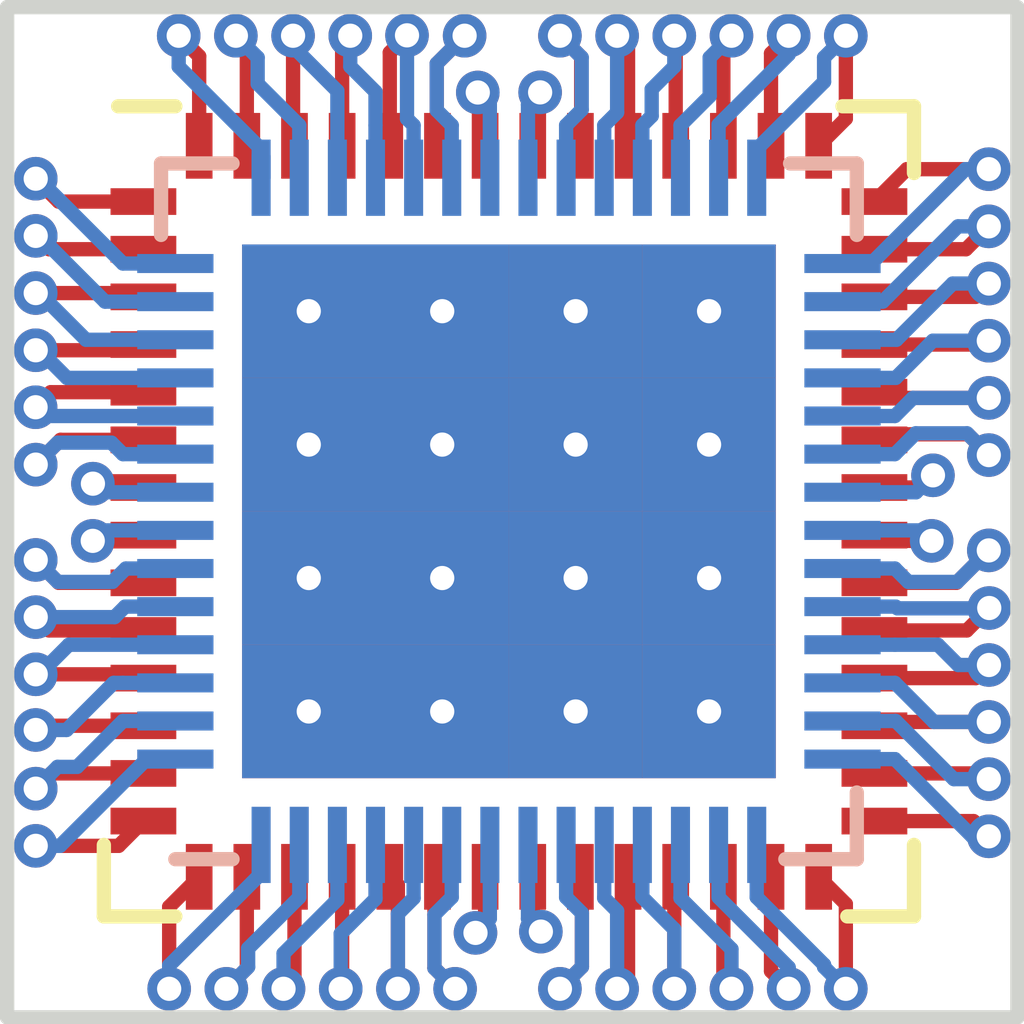
<source format=kicad_pcb>
(kicad_pcb (version 4) (host pcbnew 4.0.7+dfsg1-1)

  (general
    (links 87)
    (no_connects 0)
    (area 61.104465 88.08798 85.025135 100.99198)
    (thickness 1.6)
    (drawings 4)
    (tracks 377)
    (zones 0)
    (modules 2)
    (nets 58)
  )

  (page A4)
  (layers
    (0 F.Cu signal)
    (1 In1.Cu signal)
    (2 In2.Cu signal)
    (31 B.Cu signal)
    (32 B.Adhes user)
    (33 F.Adhes user)
    (34 B.Paste user)
    (35 F.Paste user)
    (36 B.SilkS user)
    (37 F.SilkS user)
    (38 B.Mask user)
    (39 F.Mask user)
    (40 Dwgs.User user)
    (41 Cmts.User user)
    (42 Eco1.User user)
    (43 Eco2.User user)
    (44 Edge.Cuts user)
    (45 Margin user)
    (46 B.CrtYd user)
    (47 F.CrtYd user)
    (48 B.Fab user)
    (49 F.Fab user)
  )

  (setup
    (last_trace_width 0.15)
    (trace_clearance 0.127)
    (zone_clearance 0.127)
    (zone_45_only no)
    (trace_min 0.127)
    (segment_width 0.2)
    (edge_width 0.15)
    (via_size 0.4572)
    (via_drill 0.254)
    (via_min_size 0.4572)
    (via_min_drill 0.254)
    (uvia_size 0.3)
    (uvia_drill 0.1)
    (uvias_allowed no)
    (uvia_min_size 0.2)
    (uvia_min_drill 0.1)
    (pcb_text_width 0.3)
    (pcb_text_size 1.5 1.5)
    (mod_edge_width 0.15)
    (mod_text_size 1 1)
    (mod_text_width 0.15)
    (pad_size 1.524 1.524)
    (pad_drill 0.762)
    (pad_to_mask_clearance 0.2)
    (aux_axis_origin 0 0)
    (visible_elements FFFFFF7F)
    (pcbplotparams
      (layerselection 0x00030_80000001)
      (usegerberextensions false)
      (excludeedgelayer true)
      (linewidth 0.100000)
      (plotframeref false)
      (viasonmask false)
      (mode 1)
      (useauxorigin false)
      (hpglpennumber 1)
      (hpglpenspeed 20)
      (hpglpendiameter 15)
      (hpglpenoverlay 2)
      (psnegative false)
      (psa4output false)
      (plotreference true)
      (plotvalue true)
      (plotinvisibletext false)
      (padsonsilk false)
      (subtractmaskfromsilk false)
      (outputformat 1)
      (mirror false)
      (drillshape 1)
      (scaleselection 1)
      (outputdirectory ""))
  )

  (net 0 "")
  (net 1 /1)
  (net 2 /2)
  (net 3 /3)
  (net 4 /4)
  (net 5 /5)
  (net 6 /6)
  (net 7 /7)
  (net 8 /8)
  (net 9 /9)
  (net 10 /10)
  (net 11 /11)
  (net 12 /12)
  (net 13 /15)
  (net 14 /16)
  (net 15 /17)
  (net 16 /18)
  (net 17 /19)
  (net 18 /20)
  (net 19 /21)
  (net 20 /22)
  (net 21 /23)
  (net 22 /24)
  (net 23 /57)
  (net 24 /13)
  (net 25 /14)
  (net 26 /25)
  (net 27 /26)
  (net 28 /27)
  (net 29 /28)
  (net 30 /42)
  (net 31 /41)
  (net 32 /39)
  (net 33 /38)
  (net 34 /40)
  (net 35 /35)
  (net 36 /34)
  (net 37 /33)
  (net 38 /36)
  (net 39 /37)
  (net 40 /30)
  (net 41 /31)
  (net 42 /32)
  (net 43 /29)
  (net 44 /55)
  (net 45 /56)
  (net 46 /51)
  (net 47 /49)
  (net 48 /52)
  (net 49 /53)
  (net 50 /50)
  (net 51 /54)
  (net 52 /45)
  (net 53 /47)
  (net 54 /46)
  (net 55 /44)
  (net 56 /43)
  (net 57 /48)

  (net_class Default "This is the default net class."
    (clearance 0.127)
    (trace_width 0.15)
    (via_dia 0.4572)
    (via_drill 0.254)
    (uvia_dia 0.3)
    (uvia_drill 0.1)
    (add_net /1)
    (add_net /10)
    (add_net /11)
    (add_net /12)
    (add_net /13)
    (add_net /14)
    (add_net /15)
    (add_net /16)
    (add_net /17)
    (add_net /18)
    (add_net /19)
    (add_net /2)
    (add_net /20)
    (add_net /21)
    (add_net /22)
    (add_net /23)
    (add_net /24)
    (add_net /25)
    (add_net /26)
    (add_net /27)
    (add_net /28)
    (add_net /29)
    (add_net /3)
    (add_net /30)
    (add_net /31)
    (add_net /32)
    (add_net /33)
    (add_net /34)
    (add_net /35)
    (add_net /36)
    (add_net /37)
    (add_net /38)
    (add_net /39)
    (add_net /4)
    (add_net /40)
    (add_net /41)
    (add_net /42)
    (add_net /43)
    (add_net /44)
    (add_net /45)
    (add_net /46)
    (add_net /47)
    (add_net /48)
    (add_net /49)
    (add_net /5)
    (add_net /50)
    (add_net /51)
    (add_net /52)
    (add_net /53)
    (add_net /54)
    (add_net /55)
    (add_net /56)
    (add_net /57)
    (add_net /6)
    (add_net /7)
    (add_net /8)
    (add_net /9)
  )

  (module Housings_DFN_QFN:QFN-56-1EP_7x7mm_Pitch0.4mm (layer B.Cu) (tedit 5B494BA9) (tstamp 5B47E062)
    (at 73.0648 94.48998)
    (descr "56-Lead Plastic Ultra Thin Quad Flat, No Lead Package (MV) - 7x7x0.4 mm Body [UQFN]; (see Cypress Package Package Output Drawing 001-58740)")
    (tags "QFN 0.4")
    (path /5B478918)
    (attr smd)
    (fp_text reference J1 (at 0.3 4.75) (layer B.SilkS) hide
      (effects (font (size 1 1) (thickness 0.15)) (justify mirror))
    )
    (fp_text value Conn_02x29_Counter_Clockwise (at 0 -5.5) (layer B.Fab) hide
      (effects (font (size 1 1) (thickness 0.15)) (justify mirror))
    )
    (fp_line (start -2.5 3.5) (end 3.5 3.5) (layer B.Fab) (width 0.15))
    (fp_line (start 3.5 3.5) (end 3.5 -3.5) (layer B.Fab) (width 0.15))
    (fp_line (start 3.5 -3.5) (end -3.5 -3.5) (layer B.Fab) (width 0.15))
    (fp_line (start -3.5 -3.5) (end -3.5 2.5) (layer B.Fab) (width 0.15))
    (fp_line (start -3.5 2.5) (end -2.5 3.5) (layer B.Fab) (width 0.15))
    (fp_line (start -4.15 4.15) (end -4.15 -4.15) (layer B.CrtYd) (width 0.05))
    (fp_line (start 4.15 4.15) (end 4.15 -4.15) (layer B.CrtYd) (width 0.05))
    (fp_line (start -4.15 4.15) (end 4.15 4.15) (layer B.CrtYd) (width 0.05))
    (fp_line (start -4.15 -4.15) (end 4.15 -4.15) (layer B.CrtYd) (width 0.05))
    (fp_line (start -3.65 -2.9) (end -3.65 -3.65) (layer B.SilkS) (width 0.15))
    (fp_line (start -3.5 3.65) (end -2.9 3.65) (layer B.SilkS) (width 0.15))
    (fp_line (start -3.65 -3.65) (end -2.9 -3.65) (layer B.SilkS) (width 0.15))
    (fp_line (start 3.65 -3.65) (end 2.95 -3.65) (layer B.SilkS) (width 0.15))
    (fp_line (start 3.65 3.65) (end 2.9 3.65) (layer B.SilkS) (width 0.15))
    (fp_line (start 3.65 -2.9) (end 3.65 -3.65) (layer B.SilkS) (width 0.15))
    (fp_line (start 3.65 3.65) (end 3.65 2.95) (layer B.SilkS) (width 0.15))
    (pad 1 smd rect (at -3.5 2.6) (size 0.8 0.2) (layers B.Cu B.Paste B.Mask)
      (net 1 /1))
    (pad 2 smd rect (at -3.5 2.2) (size 0.8 0.2) (layers B.Cu B.Paste B.Mask)
      (net 2 /2))
    (pad 3 smd rect (at -3.5 1.8) (size 0.8 0.2) (layers B.Cu B.Paste B.Mask)
      (net 3 /3))
    (pad 4 smd rect (at -3.5 1.4) (size 0.8 0.2) (layers B.Cu B.Paste B.Mask)
      (net 4 /4))
    (pad 5 smd rect (at -3.5 1) (size 0.8 0.2) (layers B.Cu B.Paste B.Mask)
      (net 5 /5))
    (pad 6 smd rect (at -3.5 0.6) (size 0.8 0.2) (layers B.Cu B.Paste B.Mask)
      (net 6 /6))
    (pad 7 smd rect (at -3.5 0.2) (size 0.8 0.2) (layers B.Cu B.Paste B.Mask)
      (net 7 /7))
    (pad 8 smd rect (at -3.5 -0.2) (size 0.8 0.2) (layers B.Cu B.Paste B.Mask)
      (net 8 /8))
    (pad 9 smd rect (at -3.5 -0.6) (size 0.8 0.2) (layers B.Cu B.Paste B.Mask)
      (net 9 /9))
    (pad 10 smd rect (at -3.5 -1) (size 0.8 0.2) (layers B.Cu B.Paste B.Mask)
      (net 10 /10))
    (pad 11 smd rect (at -3.5 -1.4) (size 0.8 0.2) (layers B.Cu B.Paste B.Mask)
      (net 11 /11))
    (pad 12 smd rect (at -3.5 -1.8) (size 0.8 0.2) (layers B.Cu B.Paste B.Mask)
      (net 12 /12))
    (pad 15 smd rect (at -2.6 -3.5 270) (size 0.8 0.2) (layers B.Cu B.Paste B.Mask)
      (net 13 /15))
    (pad 16 smd rect (at -2.2 -3.5 270) (size 0.8 0.2) (layers B.Cu B.Paste B.Mask)
      (net 14 /16))
    (pad 17 smd rect (at -1.8 -3.5 270) (size 0.8 0.2) (layers B.Cu B.Paste B.Mask)
      (net 15 /17))
    (pad 18 smd rect (at -1.4 -3.5 270) (size 0.8 0.2) (layers B.Cu B.Paste B.Mask)
      (net 16 /18))
    (pad 19 smd rect (at -1 -3.5 270) (size 0.8 0.2) (layers B.Cu B.Paste B.Mask)
      (net 17 /19))
    (pad 20 smd rect (at -0.6 -3.5 270) (size 0.8 0.2) (layers B.Cu B.Paste B.Mask)
      (net 18 /20))
    (pad 21 smd rect (at -0.2 -3.5 270) (size 0.8 0.2) (layers B.Cu B.Paste B.Mask)
      (net 19 /21))
    (pad 22 smd rect (at 0.2 -3.5 270) (size 0.8 0.2) (layers B.Cu B.Paste B.Mask)
      (net 20 /22))
    (pad 23 smd rect (at 0.6 -3.5 270) (size 0.8 0.2) (layers B.Cu B.Paste B.Mask)
      (net 21 /23))
    (pad 24 smd rect (at 1 -3.5 270) (size 0.8 0.2) (layers B.Cu B.Paste B.Mask)
      (net 22 /24))
    (pad 57 smd rect (at -2.1 2.1) (size 1.4 1.4) (layers B.Cu B.Paste B.Mask)
      (net 23 /57) (solder_paste_margin_ratio -0.2))
    (pad 13 smd rect (at -3.5 -2.2) (size 0.8 0.2) (layers B.Cu B.Paste B.Mask)
      (net 24 /13))
    (pad 14 smd rect (at -3.5 -2.6) (size 0.8 0.2) (layers B.Cu B.Paste B.Mask)
      (net 25 /14))
    (pad 25 smd rect (at 1.4 -3.5 270) (size 0.8 0.2) (layers B.Cu B.Paste B.Mask)
      (net 26 /25))
    (pad 26 smd rect (at 1.8 -3.5 270) (size 0.8 0.2) (layers B.Cu B.Paste B.Mask)
      (net 27 /26))
    (pad 27 smd rect (at 2.2 -3.5 270) (size 0.8 0.2) (layers B.Cu B.Paste B.Mask)
      (net 28 /27))
    (pad 28 smd rect (at 2.6 -3.5 270) (size 0.8 0.2) (layers B.Cu B.Paste B.Mask)
      (net 29 /28))
    (pad 42 smd rect (at 3.5 2.6) (size 0.8 0.2) (layers B.Cu B.Paste B.Mask)
      (net 30 /42))
    (pad 41 smd rect (at 3.5 2.2) (size 0.8 0.2) (layers B.Cu B.Paste B.Mask)
      (net 31 /41))
    (pad 39 smd rect (at 3.5 1.4) (size 0.8 0.2) (layers B.Cu B.Paste B.Mask)
      (net 32 /39))
    (pad 38 smd rect (at 3.5 1) (size 0.8 0.2) (layers B.Cu B.Paste B.Mask)
      (net 33 /38))
    (pad 40 smd rect (at 3.5 1.8) (size 0.8 0.2) (layers B.Cu B.Paste B.Mask)
      (net 34 /40))
    (pad 35 smd rect (at 3.5 -0.2) (size 0.8 0.2) (layers B.Cu B.Paste B.Mask)
      (net 35 /35))
    (pad 34 smd rect (at 3.5 -0.6) (size 0.8 0.2) (layers B.Cu B.Paste B.Mask)
      (net 36 /34))
    (pad 33 smd rect (at 3.5 -1) (size 0.8 0.2) (layers B.Cu B.Paste B.Mask)
      (net 37 /33))
    (pad 36 smd rect (at 3.5 0.2) (size 0.8 0.2) (layers B.Cu B.Paste B.Mask)
      (net 38 /36))
    (pad 37 smd rect (at 3.5 0.6) (size 0.8 0.2) (layers B.Cu B.Paste B.Mask)
      (net 39 /37))
    (pad 30 smd rect (at 3.5 -2.2) (size 0.8 0.2) (layers B.Cu B.Paste B.Mask)
      (net 40 /30))
    (pad 31 smd rect (at 3.5 -1.8) (size 0.8 0.2) (layers B.Cu B.Paste B.Mask)
      (net 41 /31))
    (pad 32 smd rect (at 3.5 -1.4) (size 0.8 0.2) (layers B.Cu B.Paste B.Mask)
      (net 42 /32))
    (pad 29 smd rect (at 3.5 -2.6) (size 0.8 0.2) (layers B.Cu B.Paste B.Mask)
      (net 43 /29))
    (pad 55 smd rect (at -2.2 3.5 270) (size 0.8 0.2) (layers B.Cu B.Paste B.Mask)
      (net 44 /55))
    (pad 56 smd rect (at -2.6 3.5 270) (size 0.8 0.2) (layers B.Cu B.Paste B.Mask)
      (net 45 /56))
    (pad 51 smd rect (at -0.6 3.5 270) (size 0.8 0.2) (layers B.Cu B.Paste B.Mask)
      (net 46 /51))
    (pad 49 smd rect (at 0.2 3.5 270) (size 0.8 0.2) (layers B.Cu B.Paste B.Mask)
      (net 47 /49))
    (pad 52 smd rect (at -1 3.5 270) (size 0.8 0.2) (layers B.Cu B.Paste B.Mask)
      (net 48 /52))
    (pad 53 smd rect (at -1.4 3.5 270) (size 0.8 0.2) (layers B.Cu B.Paste B.Mask)
      (net 49 /53))
    (pad 50 smd rect (at -0.2 3.5 270) (size 0.8 0.2) (layers B.Cu B.Paste B.Mask)
      (net 50 /50))
    (pad 54 smd rect (at -1.8 3.5 270) (size 0.8 0.2) (layers B.Cu B.Paste B.Mask)
      (net 51 /54))
    (pad 45 smd rect (at 1.8 3.5 270) (size 0.8 0.2) (layers B.Cu B.Paste B.Mask)
      (net 52 /45))
    (pad 47 smd rect (at 1 3.5 270) (size 0.8 0.2) (layers B.Cu B.Paste B.Mask)
      (net 53 /47))
    (pad 46 smd rect (at 1.4 3.5 270) (size 0.8 0.2) (layers B.Cu B.Paste B.Mask)
      (net 54 /46))
    (pad 44 smd rect (at 2.2 3.5 270) (size 0.8 0.2) (layers B.Cu B.Paste B.Mask)
      (net 55 /44))
    (pad 43 smd rect (at 2.6 3.5 270) (size 0.8 0.2) (layers B.Cu B.Paste B.Mask)
      (net 56 /43))
    (pad 48 smd rect (at 0.6 3.5 270) (size 0.8 0.2) (layers B.Cu B.Paste B.Mask)
      (net 57 /48))
    (pad 57 smd rect (at -0.7 2.1) (size 1.4 1.4) (layers B.Cu B.Paste B.Mask)
      (net 23 /57) (solder_paste_margin_ratio -0.2))
    (pad 57 smd rect (at 0.7 2.1) (size 1.4 1.4) (layers B.Cu B.Paste B.Mask)
      (net 23 /57) (solder_paste_margin_ratio -0.2))
    (pad 57 smd rect (at 2.1 2.1) (size 1.4 1.4) (layers B.Cu B.Paste B.Mask)
      (net 23 /57) (solder_paste_margin_ratio -0.2))
    (pad 57 smd rect (at 2.1 0.7) (size 1.4 1.4) (layers B.Cu B.Paste B.Mask)
      (net 23 /57) (solder_paste_margin_ratio -0.2))
    (pad 57 smd rect (at 0.7 0.7) (size 1.4 1.4) (layers B.Cu B.Paste B.Mask)
      (net 23 /57) (solder_paste_margin_ratio -0.2))
    (pad 57 smd rect (at -2.1 0.7) (size 1.4 1.4) (layers B.Cu B.Paste B.Mask)
      (net 23 /57) (solder_paste_margin_ratio -0.2))
    (pad 57 smd rect (at -0.7 0.7) (size 1.4 1.4) (layers B.Cu B.Paste B.Mask)
      (net 23 /57) (solder_paste_margin_ratio -0.2))
    (pad 57 smd rect (at 2.1 -0.7) (size 1.4 1.4) (layers B.Cu B.Paste B.Mask)
      (net 23 /57) (solder_paste_margin_ratio -0.2))
    (pad 57 smd rect (at 0.7 -0.7) (size 1.4 1.4) (layers B.Cu B.Paste B.Mask)
      (net 23 /57) (solder_paste_margin_ratio -0.2))
    (pad 57 smd rect (at -2.1 -0.7) (size 1.4 1.4) (layers B.Cu B.Paste B.Mask)
      (net 23 /57) (solder_paste_margin_ratio -0.2))
    (pad 57 smd rect (at -0.7 -0.7) (size 1.4 1.4) (layers B.Cu B.Paste B.Mask)
      (net 23 /57) (solder_paste_margin_ratio -0.2))
    (pad 57 smd rect (at 2.1 -2.1) (size 1.4 1.4) (layers B.Cu B.Paste B.Mask)
      (net 23 /57) (solder_paste_margin_ratio -0.2))
    (pad 57 smd rect (at 0.7 -2.1) (size 1.4 1.4) (layers B.Cu B.Paste B.Mask)
      (net 23 /57) (solder_paste_margin_ratio -0.2))
    (pad 57 smd rect (at -2.1 -2.1) (size 1.4 1.4) (layers B.Cu B.Paste B.Mask)
      (net 23 /57) (solder_paste_margin_ratio -0.2))
    (pad 57 smd rect (at -0.7 -2.1) (size 1.4 1.4) (layers B.Cu B.Paste B.Mask)
      (net 23 /57) (solder_paste_margin_ratio -0.2))
    (model ${KISYS3DMOD}/Housings_DFN_QFN.3dshapes/QFN-56-1EP_7x7mm_Pitch0.4mm.wrl
      (at (xyz 0 0 0))
      (scale (xyz 1 1 1))
      (rotate (xyz 0 0 0))
    )
  )

  (module NQBit:QFN-56-1EP_7x7mm_Pitch0.5mm (layer F.Cu) (tedit 5B494BA5) (tstamp 5B47E0BE)
    (at 73.0648 94.48998)
    (descr "56-Lead Plastic Ultra Thin Quad Flat, No Lead Package (MV) - 7x7x0.4 mm Body [UQFN]; (see Cypress Package Package Output Drawing 001-58740)")
    (tags "QFN 0.4")
    (path /5B478825)
    (attr smd)
    (fp_text reference J2 (at 0.3 -4.75) (layer F.SilkS) hide
      (effects (font (size 1 1) (thickness 0.15)))
    )
    (fp_text value Conn_02x29_Counter_Clockwise (at 0 5.5) (layer F.Fab) hide
      (effects (font (size 1 1) (thickness 0.15)))
    )
    (fp_line (start -4.075 -4.075) (end 4.075 -4.075) (layer F.Fab) (width 0.15))
    (fp_line (start 4.075 -4.075) (end 4.075 4.075) (layer F.Fab) (width 0.15))
    (fp_line (start 4.075 4.075) (end -4.075 4.075) (layer F.Fab) (width 0.15))
    (fp_line (start -4.075 4.075) (end -4.075 -4.075) (layer F.Fab) (width 0.15))
    (fp_line (start -4 -3) (end -3 -4) (layer F.Fab) (width 0.15))
    (fp_line (start -4.5 -4.5) (end -4.5 4.5) (layer F.CrtYd) (width 0.05))
    (fp_line (start 4.5 -4.5) (end 4.5 4.5) (layer F.CrtYd) (width 0.05))
    (fp_line (start -4.5 -4.5) (end 4.5 -4.5) (layer F.CrtYd) (width 0.05))
    (fp_line (start -4.5 4.5) (end 4.5 4.5) (layer F.CrtYd) (width 0.05))
    (fp_line (start -4.25 3.5) (end -4.25 4.25) (layer F.SilkS) (width 0.15))
    (fp_line (start -4.1 -4.25) (end -3.5 -4.25) (layer F.SilkS) (width 0.15))
    (fp_line (start -4.25 4.25) (end -3.5 4.25) (layer F.SilkS) (width 0.15))
    (fp_line (start 4.25 4.25) (end 3.55 4.25) (layer F.SilkS) (width 0.15))
    (fp_line (start 4.25 -4.25) (end 3.5 -4.25) (layer F.SilkS) (width 0.15))
    (fp_line (start 4.25 3.5) (end 4.25 4.25) (layer F.SilkS) (width 0.15))
    (fp_line (start 4.25 -4.25) (end 4.25 -3.55) (layer F.SilkS) (width 0.15))
    (pad 1 smd rect (at -3.835 -3.25) (size 0.69 0.28) (layers F.Cu F.Paste F.Mask)
      (net 25 /14))
    (pad 2 smd rect (at -3.835 -2.75) (size 0.69 0.28) (layers F.Cu F.Paste F.Mask)
      (net 24 /13))
    (pad 3 smd rect (at -3.835 -2.25) (size 0.69 0.28) (layers F.Cu F.Paste F.Mask)
      (net 12 /12))
    (pad 4 smd rect (at -3.835 -1.75) (size 0.69 0.28) (layers F.Cu F.Paste F.Mask)
      (net 11 /11))
    (pad 5 smd rect (at -3.835 -1.25) (size 0.69 0.28) (layers F.Cu F.Paste F.Mask)
      (net 10 /10))
    (pad 6 smd rect (at -3.835 -0.75) (size 0.69 0.28) (layers F.Cu F.Paste F.Mask)
      (net 9 /9))
    (pad 7 smd rect (at -3.835 -0.25) (size 0.69 0.28) (layers F.Cu F.Paste F.Mask)
      (net 8 /8))
    (pad 8 smd rect (at -3.835 0.25) (size 0.69 0.28) (layers F.Cu F.Paste F.Mask)
      (net 7 /7))
    (pad 9 smd rect (at -3.835 0.75) (size 0.69 0.28) (layers F.Cu F.Paste F.Mask)
      (net 6 /6))
    (pad 10 smd rect (at -3.835 1.25) (size 0.69 0.28) (layers F.Cu F.Paste F.Mask)
      (net 5 /5))
    (pad 11 smd rect (at -3.835 1.75) (size 0.69 0.28) (layers F.Cu F.Paste F.Mask)
      (net 4 /4))
    (pad 12 smd rect (at -3.835 2.25) (size 0.69 0.28) (layers F.Cu F.Paste F.Mask)
      (net 3 /3))
    (pad 15 smd rect (at -3.25 3.835 90) (size 0.69 0.28) (layers F.Cu F.Paste F.Mask)
      (net 45 /56))
    (pad 16 smd rect (at -2.75 3.835 90) (size 0.69 0.28) (layers F.Cu F.Paste F.Mask)
      (net 44 /55))
    (pad 17 smd rect (at -2.25 3.835 90) (size 0.69 0.28) (layers F.Cu F.Paste F.Mask)
      (net 51 /54))
    (pad 18 smd rect (at -1.75 3.835 90) (size 0.69 0.28) (layers F.Cu F.Paste F.Mask)
      (net 49 /53))
    (pad 19 smd rect (at -1.25 3.835 90) (size 0.69 0.28) (layers F.Cu F.Paste F.Mask)
      (net 48 /52))
    (pad 20 smd rect (at -0.75 3.835 90) (size 0.69 0.28) (layers F.Cu F.Paste F.Mask)
      (net 46 /51))
    (pad 21 smd rect (at -0.25 3.835 90) (size 0.69 0.28) (layers F.Cu F.Paste F.Mask)
      (net 50 /50))
    (pad 22 smd rect (at 0.25 3.835 90) (size 0.69 0.28) (layers F.Cu F.Paste F.Mask)
      (net 47 /49))
    (pad 23 smd rect (at 0.75 3.835 90) (size 0.69 0.28) (layers F.Cu F.Paste F.Mask)
      (net 57 /48))
    (pad 24 smd rect (at 1.25 3.835 90) (size 0.69 0.28) (layers F.Cu F.Paste F.Mask)
      (net 53 /47))
    (pad 57 smd rect (at -2.1 -2.1) (size 1.4 1.4) (layers F.Cu F.Paste F.Mask)
      (net 23 /57) (solder_paste_margin_ratio -0.2))
    (pad 13 smd rect (at -3.835 2.75) (size 0.69 0.28) (layers F.Cu F.Paste F.Mask)
      (net 2 /2))
    (pad 14 smd rect (at -3.835 3.25) (size 0.69 0.28) (layers F.Cu F.Paste F.Mask)
      (net 1 /1))
    (pad 25 smd rect (at 1.75 3.835 90) (size 0.69 0.28) (layers F.Cu F.Paste F.Mask)
      (net 54 /46))
    (pad 26 smd rect (at 2.25 3.835 90) (size 0.69 0.28) (layers F.Cu F.Paste F.Mask)
      (net 52 /45))
    (pad 27 smd rect (at 2.75 3.835 90) (size 0.69 0.28) (layers F.Cu F.Paste F.Mask)
      (net 55 /44))
    (pad 28 smd rect (at 3.25 3.835 90) (size 0.69 0.28) (layers F.Cu F.Paste F.Mask)
      (net 56 /43))
    (pad 42 smd rect (at 3.835 -3.25) (size 0.69 0.28) (layers F.Cu F.Paste F.Mask)
      (net 43 /29))
    (pad 41 smd rect (at 3.835 -2.75) (size 0.69 0.28) (layers F.Cu F.Paste F.Mask)
      (net 40 /30))
    (pad 39 smd rect (at 3.835 -1.75) (size 0.69 0.28) (layers F.Cu F.Paste F.Mask)
      (net 42 /32))
    (pad 38 smd rect (at 3.835 -1.25) (size 0.69 0.28) (layers F.Cu F.Paste F.Mask)
      (net 37 /33))
    (pad 40 smd rect (at 3.835 -2.25) (size 0.69 0.28) (layers F.Cu F.Paste F.Mask)
      (net 41 /31))
    (pad 35 smd rect (at 3.835 0.25) (size 0.69 0.28) (layers F.Cu F.Paste F.Mask)
      (net 38 /36))
    (pad 34 smd rect (at 3.835 0.75) (size 0.69 0.28) (layers F.Cu F.Paste F.Mask)
      (net 39 /37))
    (pad 33 smd rect (at 3.835 1.25) (size 0.69 0.28) (layers F.Cu F.Paste F.Mask)
      (net 33 /38))
    (pad 36 smd rect (at 3.835 -0.25) (size 0.69 0.28) (layers F.Cu F.Paste F.Mask)
      (net 35 /35))
    (pad 37 smd rect (at 3.835 -0.75) (size 0.69 0.28) (layers F.Cu F.Paste F.Mask)
      (net 36 /34))
    (pad 30 smd rect (at 3.835 2.75) (size 0.69 0.28) (layers F.Cu F.Paste F.Mask)
      (net 31 /41))
    (pad 31 smd rect (at 3.835 2.25) (size 0.69 0.28) (layers F.Cu F.Paste F.Mask)
      (net 34 /40))
    (pad 32 smd rect (at 3.835 1.75) (size 0.69 0.28) (layers F.Cu F.Paste F.Mask)
      (net 32 /39))
    (pad 29 smd rect (at 3.835 3.25) (size 0.69 0.28) (layers F.Cu F.Paste F.Mask)
      (net 30 /42))
    (pad 55 smd rect (at -2.75 -3.835 90) (size 0.69 0.28) (layers F.Cu F.Paste F.Mask)
      (net 14 /16))
    (pad 56 smd rect (at -3.25 -3.835 90) (size 0.69 0.28) (layers F.Cu F.Paste F.Mask)
      (net 13 /15))
    (pad 51 smd rect (at -0.75 -3.835 90) (size 0.69 0.28) (layers F.Cu F.Paste F.Mask)
      (net 18 /20))
    (pad 49 smd rect (at 0.25 -3.835 90) (size 0.69 0.28) (layers F.Cu F.Paste F.Mask)
      (net 20 /22))
    (pad 52 smd rect (at -1.25 -3.835 90) (size 0.69 0.28) (layers F.Cu F.Paste F.Mask)
      (net 17 /19))
    (pad 53 smd rect (at -1.75 -3.835 90) (size 0.69 0.28) (layers F.Cu F.Paste F.Mask)
      (net 16 /18))
    (pad 50 smd rect (at -0.25 -3.835 90) (size 0.69 0.28) (layers F.Cu F.Paste F.Mask)
      (net 19 /21))
    (pad 54 smd rect (at -2.25 -3.835 90) (size 0.69 0.28) (layers F.Cu F.Paste F.Mask)
      (net 15 /17))
    (pad 45 smd rect (at 2.25 -3.835 90) (size 0.69 0.28) (layers F.Cu F.Paste F.Mask)
      (net 27 /26))
    (pad 47 smd rect (at 1.25 -3.835 90) (size 0.69 0.28) (layers F.Cu F.Paste F.Mask)
      (net 22 /24))
    (pad 46 smd rect (at 1.75 -3.835 90) (size 0.69 0.28) (layers F.Cu F.Paste F.Mask)
      (net 26 /25))
    (pad 44 smd rect (at 2.75 -3.835 90) (size 0.69 0.28) (layers F.Cu F.Paste F.Mask)
      (net 28 /27))
    (pad 43 smd rect (at 3.25 -3.835 90) (size 0.69 0.28) (layers F.Cu F.Paste F.Mask)
      (net 29 /28))
    (pad 48 smd rect (at 0.75 -3.835 90) (size 0.69 0.28) (layers F.Cu F.Paste F.Mask)
      (net 21 /23))
    (pad 57 smd rect (at -0.7 -2.1) (size 1.4 1.4) (layers F.Cu F.Paste F.Mask)
      (net 23 /57) (solder_paste_margin_ratio -0.2))
    (pad 57 smd rect (at 0.7 -2.1) (size 1.4 1.4) (layers F.Cu F.Paste F.Mask)
      (net 23 /57) (solder_paste_margin_ratio -0.2))
    (pad 57 smd rect (at 2.1 -2.1) (size 1.4 1.4) (layers F.Cu F.Paste F.Mask)
      (net 23 /57) (solder_paste_margin_ratio -0.2))
    (pad 57 smd rect (at 2.1 -0.7) (size 1.4 1.4) (layers F.Cu F.Paste F.Mask)
      (net 23 /57) (solder_paste_margin_ratio -0.2))
    (pad 57 smd rect (at 0.7 -0.7) (size 1.4 1.4) (layers F.Cu F.Paste F.Mask)
      (net 23 /57) (solder_paste_margin_ratio -0.2))
    (pad 57 smd rect (at -2.1 -0.7) (size 1.4 1.4) (layers F.Cu F.Paste F.Mask)
      (net 23 /57) (solder_paste_margin_ratio -0.2))
    (pad 57 smd rect (at -0.7 -0.7) (size 1.4 1.4) (layers F.Cu F.Paste F.Mask)
      (net 23 /57) (solder_paste_margin_ratio -0.2))
    (pad 57 smd rect (at 2.1 0.7) (size 1.4 1.4) (layers F.Cu F.Paste F.Mask)
      (net 23 /57) (solder_paste_margin_ratio -0.2))
    (pad 57 smd rect (at 0.7 0.7) (size 1.4 1.4) (layers F.Cu F.Paste F.Mask)
      (net 23 /57) (solder_paste_margin_ratio -0.2))
    (pad 57 smd rect (at -2.1 0.7) (size 1.4 1.4) (layers F.Cu F.Paste F.Mask)
      (net 23 /57) (solder_paste_margin_ratio -0.2))
    (pad 57 smd rect (at -0.7 0.7) (size 1.4 1.4) (layers F.Cu F.Paste F.Mask)
      (net 23 /57) (solder_paste_margin_ratio -0.2))
    (pad 57 smd rect (at 2.1 2.1) (size 1.4 1.4) (layers F.Cu F.Paste F.Mask)
      (net 23 /57) (solder_paste_margin_ratio -0.2))
    (pad 57 smd rect (at 0.7 2.1) (size 1.4 1.4) (layers F.Cu F.Paste F.Mask)
      (net 23 /57) (solder_paste_margin_ratio -0.2))
    (pad 57 smd rect (at -2.1 2.1) (size 1.4 1.4) (layers F.Cu F.Paste F.Mask)
      (net 23 /57) (solder_paste_margin_ratio -0.2))
    (pad 57 smd rect (at -0.7 2.1) (size 1.4 1.4) (layers F.Cu F.Paste F.Mask)
      (net 23 /57) (solder_paste_margin_ratio -0.2))
    (model ${KISYS3DMOD}/Housings_DFN_QFN.3dshapes/QFN-56-1EP_7x7mm_Pitch0.4mm.wrl
      (at (xyz 0 0 0))
      (scale (xyz 1 1 1))
      (rotate (xyz 0 0 0))
    )
  )

  (gr_line (start 67.8 89.2) (end 67.8 99.8) (layer Edge.Cuts) (width 0.15))
  (gr_line (start 78.4 99.8) (end 67.8 99.8) (layer Edge.Cuts) (width 0.15))
  (gr_line (start 78.4 89.2) (end 78.4 99.8) (layer Edge.Cuts) (width 0.15))
  (gr_line (start 67.8 89.2) (end 78.4 89.2) (layer Edge.Cuts) (width 0.15))

  (segment (start 69.2298 97.73998) (end 68.96978 98) (width 0.15) (layer F.Cu) (net 1))
  (segment (start 68.96978 98) (end 68.1 98) (width 0.15) (layer F.Cu) (net 1))
  (segment (start 69.5648 97.08998) (end 69.2648 97.08998) (width 0.15) (layer B.Cu) (net 1))
  (segment (start 69.2648 97.08998) (end 68.35478 98) (width 0.15) (layer B.Cu) (net 1))
  (segment (start 68.35478 98) (end 68.1 98) (width 0.15) (layer B.Cu) (net 1))
  (via (at 68.1 98) (size 0.4572) (drill 0.254) (layers F.Cu B.Cu) (net 1))
  (segment (start 68.1 97.4) (end 68.328599 97.171401) (width 0.15) (layer B.Cu) (net 2))
  (segment (start 68.328599 97.171401) (end 68.533379 97.171401) (width 0.15) (layer B.Cu) (net 2))
  (segment (start 68.533379 97.171401) (end 69.0148 96.68998) (width 0.15) (layer B.Cu) (net 2))
  (segment (start 69.0148 96.68998) (end 69.5648 96.68998) (width 0.15) (layer B.Cu) (net 2))
  (segment (start 69.2298 97.23998) (end 68.26002 97.23998) (width 0.15) (layer F.Cu) (net 2))
  (segment (start 68.26002 97.23998) (end 68.1 97.4) (width 0.15) (layer F.Cu) (net 2))
  (via (at 68.1 97.4) (size 0.4572) (drill 0.254) (layers F.Cu B.Cu) (net 2))
  (segment (start 68.1 96.784203) (end 68.423289 96.784203) (width 0.15) (layer B.Cu) (net 3))
  (segment (start 68.423289 96.784203) (end 68.917512 96.28998) (width 0.15) (layer B.Cu) (net 3))
  (segment (start 68.917512 96.28998) (end 69.0148 96.28998) (width 0.15) (layer B.Cu) (net 3))
  (segment (start 69.0148 96.28998) (end 69.5648 96.28998) (width 0.15) (layer B.Cu) (net 3))
  (segment (start 69.2298 96.73998) (end 68.144223 96.73998) (width 0.15) (layer F.Cu) (net 3))
  (segment (start 68.144223 96.73998) (end 68.1 96.784203) (width 0.15) (layer F.Cu) (net 3))
  (via (at 68.1 96.784203) (size 0.4572) (drill 0.254) (layers F.Cu B.Cu) (net 3))
  (segment (start 68.1 96.2) (end 69.18982 96.2) (width 0.15) (layer F.Cu) (net 4))
  (segment (start 69.18982 96.2) (end 69.2298 96.23998) (width 0.15) (layer F.Cu) (net 4))
  (segment (start 69.5648 95.88998) (end 68.44731 95.88998) (width 0.15) (layer B.Cu) (net 4))
  (segment (start 68.44731 95.88998) (end 68.13729 96.2) (width 0.15) (layer B.Cu) (net 4))
  (segment (start 68.13729 96.2) (end 68.1 96.2) (width 0.15) (layer B.Cu) (net 4))
  (via (at 68.1 96.2) (size 0.4572) (drill 0.254) (layers F.Cu B.Cu) (net 4))
  (segment (start 68.1 95.6) (end 68.927327 95.6) (width 0.15) (layer B.Cu) (net 5))
  (segment (start 68.927327 95.6) (end 69.037347 95.48998) (width 0.15) (layer B.Cu) (net 5))
  (segment (start 69.037347 95.48998) (end 69.5648 95.48998) (width 0.15) (layer B.Cu) (net 5))
  (segment (start 69.2298 95.73998) (end 68.23998 95.73998) (width 0.15) (layer F.Cu) (net 5))
  (segment (start 68.23998 95.73998) (end 68.1 95.6) (width 0.15) (layer F.Cu) (net 5))
  (via (at 68.1 95.6) (size 0.4572) (drill 0.254) (layers F.Cu B.Cu) (net 5))
  (segment (start 68.1 95) (end 68.33998 95.23998) (width 0.15) (layer F.Cu) (net 6))
  (segment (start 68.33998 95.23998) (end 69.2298 95.23998) (width 0.15) (layer F.Cu) (net 6))
  (segment (start 69.5648 95.08998) (end 69.045596 95.08998) (width 0.15) (layer B.Cu) (net 6))
  (segment (start 68.904975 95.230601) (end 68.330601 95.230601) (width 0.15) (layer B.Cu) (net 6))
  (segment (start 68.330601 95.230601) (end 68.1 95) (width 0.15) (layer B.Cu) (net 6))
  (segment (start 69.045596 95.08998) (end 68.904975 95.230601) (width 0.15) (layer B.Cu) (net 6))
  (via (at 68.1 95) (size 0.4572) (drill 0.254) (layers F.Cu B.Cu) (net 6))
  (segment (start 68.698286 94.797217) (end 69.172563 94.797217) (width 0.15) (layer F.Cu) (net 7))
  (segment (start 69.172563 94.797217) (end 69.2298 94.73998) (width 0.15) (layer F.Cu) (net 7))
  (segment (start 69.5648 94.68998) (end 68.805523 94.68998) (width 0.15) (layer B.Cu) (net 7))
  (segment (start 68.805523 94.68998) (end 68.698286 94.797217) (width 0.15) (layer B.Cu) (net 7))
  (via (at 68.698286 94.8) (size 0.4572) (drill 0.254) (layers F.Cu B.Cu) (net 7))
  (segment (start 68.7 94.2) (end 69.18982 94.2) (width 0.15) (layer F.Cu) (net 8))
  (segment (start 69.18982 94.2) (end 69.2298 94.23998) (width 0.15) (layer F.Cu) (net 8))
  (segment (start 69.5648 94.28998) (end 68.78998 94.28998) (width 0.15) (layer B.Cu) (net 8))
  (via (at 68.7 94.2) (size 0.4572) (drill 0.254) (layers F.Cu B.Cu) (net 8))
  (segment (start 68.78998 94.28998) (end 68.7 94.2) (width 0.15) (layer B.Cu) (net 8))
  (segment (start 68.1 94) (end 68.36002 93.73998) (width 0.15) (layer F.Cu) (net 9))
  (segment (start 68.36002 93.73998) (end 69.2298 93.73998) (width 0.15) (layer F.Cu) (net 9))
  (segment (start 69.5648 93.88998) (end 69.0148 93.88998) (width 0.15) (layer B.Cu) (net 9))
  (segment (start 69.0148 93.88998) (end 68.894219 93.769399) (width 0.15) (layer B.Cu) (net 9))
  (segment (start 68.894219 93.769399) (end 68.330601 93.769399) (width 0.15) (layer B.Cu) (net 9))
  (segment (start 68.330601 93.769399) (end 68.1 94) (width 0.15) (layer B.Cu) (net 9))
  (via (at 68.1 94) (size 0.4572) (drill 0.254) (layers F.Cu B.Cu) (net 9))
  (segment (start 69.5648 93.48998) (end 68.190463 93.48998) (width 0.15) (layer B.Cu) (net 10))
  (segment (start 68.190463 93.48998) (end 68.098429 93.397946) (width 0.15) (layer B.Cu) (net 10))
  (segment (start 69.2298 93.23998) (end 68.256395 93.23998) (width 0.15) (layer F.Cu) (net 10))
  (segment (start 68.256395 93.23998) (end 68.098429 93.397946) (width 0.15) (layer F.Cu) (net 10))
  (via (at 68.098429 93.397946) (size 0.4572) (drill 0.254) (layers F.Cu B.Cu) (net 10))
  (segment (start 69.16978 93.3) (end 69.2298 93.23998) (width 0.15) (layer F.Cu) (net 10))
  (segment (start 68.1 92.8) (end 69.16978 92.8) (width 0.15) (layer F.Cu) (net 11))
  (segment (start 69.16978 92.8) (end 69.2298 92.73998) (width 0.15) (layer F.Cu) (net 11))
  (segment (start 69.5648 93.08998) (end 68.427753 93.08998) (width 0.15) (layer B.Cu) (net 11))
  (segment (start 68.427753 93.08998) (end 68.137773 92.8) (width 0.15) (layer B.Cu) (net 11))
  (segment (start 68.137773 92.8) (end 68.1 92.8) (width 0.15) (layer B.Cu) (net 11))
  (via (at 68.1 92.8) (size 0.4572) (drill 0.254) (layers F.Cu B.Cu) (net 11))
  (segment (start 68.1 92.2) (end 69.18982 92.2) (width 0.15) (layer F.Cu) (net 12))
  (segment (start 69.18982 92.2) (end 69.2298 92.23998) (width 0.15) (layer F.Cu) (net 12))
  (segment (start 69.5648 92.68998) (end 68.62727 92.68998) (width 0.15) (layer B.Cu) (net 12))
  (segment (start 68.62727 92.68998) (end 68.13729 92.2) (width 0.15) (layer B.Cu) (net 12))
  (segment (start 68.13729 92.2) (end 68.1 92.2) (width 0.15) (layer B.Cu) (net 12))
  (via (at 68.1 92.2) (size 0.4572) (drill 0.254) (layers F.Cu B.Cu) (net 12))
  (segment (start 69.8148 90.65498) (end 69.8148 89.7148) (width 0.15) (layer F.Cu) (net 13))
  (segment (start 69.8148 89.7148) (end 69.6 89.5) (width 0.15) (layer F.Cu) (net 13))
  (segment (start 70.4648 90.98998) (end 70.4648 90.68998) (width 0.15) (layer B.Cu) (net 13))
  (segment (start 70.4648 90.68998) (end 69.6 89.82518) (width 0.15) (layer B.Cu) (net 13))
  (segment (start 69.6 89.82518) (end 69.6 89.5) (width 0.15) (layer B.Cu) (net 13))
  (via (at 69.6 89.5) (size 0.4572) (drill 0.254) (layers F.Cu B.Cu) (net 13))
  (segment (start 69.8 90.64018) (end 69.8148 90.65498) (width 0.2) (layer F.Cu) (net 13))
  (segment (start 70.4648 90.98998) (end 70.4648 90.7648) (width 0.2) (layer B.Cu) (net 13))
  (segment (start 70.2 89.5) (end 70.428599 89.728599) (width 0.15) (layer B.Cu) (net 14))
  (segment (start 70.428599 89.728599) (end 70.428599 90.003779) (width 0.15) (layer B.Cu) (net 14))
  (segment (start 70.428599 90.003779) (end 70.8648 90.43998) (width 0.15) (layer B.Cu) (net 14))
  (segment (start 70.8648 90.43998) (end 70.8648 90.98998) (width 0.15) (layer B.Cu) (net 14))
  (segment (start 70.3148 90.65498) (end 70.3148 89.6148) (width 0.15) (layer F.Cu) (net 14))
  (segment (start 70.3148 89.6148) (end 70.2 89.5) (width 0.15) (layer F.Cu) (net 14))
  (via (at 70.2 89.5) (size 0.4572) (drill 0.254) (layers F.Cu B.Cu) (net 14))
  (segment (start 70.8 89.5) (end 70.8 90.64018) (width 0.15) (layer F.Cu) (net 15))
  (segment (start 70.8 90.64018) (end 70.8148 90.65498) (width 0.15) (layer F.Cu) (net 15))
  (segment (start 71.2648 90.98998) (end 71.2648 90.07984) (width 0.15) (layer B.Cu) (net 15))
  (segment (start 71.2648 90.07984) (end 70.8 89.61504) (width 0.15) (layer B.Cu) (net 15))
  (segment (start 70.8 89.61504) (end 70.8 89.5) (width 0.15) (layer B.Cu) (net 15))
  (via (at 70.8 89.5) (size 0.4572) (drill 0.254) (layers F.Cu B.Cu) (net 15))
  (segment (start 71.4 89.5) (end 71.4 89.823289) (width 0.15) (layer B.Cu) (net 16))
  (segment (start 71.6648 90.43998) (end 71.6648 90.98998) (width 0.15) (layer B.Cu) (net 16))
  (segment (start 71.4 89.823289) (end 71.6648 90.088089) (width 0.15) (layer B.Cu) (net 16))
  (segment (start 71.6648 90.088089) (end 71.6648 90.43998) (width 0.15) (layer B.Cu) (net 16))
  (segment (start 71.3148 90.65498) (end 71.3148 89.5852) (width 0.15) (layer F.Cu) (net 16))
  (segment (start 71.3148 89.5852) (end 71.4 89.5) (width 0.15) (layer F.Cu) (net 16))
  (via (at 71.4 89.5) (size 0.4572) (drill 0.254) (layers F.Cu B.Cu) (net 16))
  (segment (start 71.995507 89.495731) (end 71.8148 89.676438) (width 0.15) (layer F.Cu) (net 17))
  (segment (start 71.8148 89.676438) (end 71.8148 90.65498) (width 0.15) (layer F.Cu) (net 17))
  (segment (start 72.0648 90.98998) (end 72.0648 90.43998) (width 0.15) (layer B.Cu) (net 17))
  (segment (start 72.0648 90.43998) (end 71.995507 90.370687) (width 0.15) (layer B.Cu) (net 17))
  (segment (start 71.995507 90.370687) (end 71.995507 89.495731) (width 0.15) (layer B.Cu) (net 17))
  (via (at 71.995507 89.495731) (size 0.4572) (drill 0.254) (layers F.Cu B.Cu) (net 17))
  (segment (start 72.6 89.5) (end 72.307665 89.792335) (width 0.15) (layer B.Cu) (net 18))
  (segment (start 72.307665 89.792335) (end 72.307665 90.282845) (width 0.15) (layer B.Cu) (net 18))
  (segment (start 72.307665 90.282845) (end 72.4648 90.43998) (width 0.15) (layer B.Cu) (net 18))
  (segment (start 72.4648 90.43998) (end 72.4648 90.98998) (width 0.15) (layer B.Cu) (net 18))
  (segment (start 72.3148 90.65498) (end 72.307665 90.647845) (width 0.15) (layer F.Cu) (net 18))
  (segment (start 72.307665 90.647845) (end 72.307665 89.792335) (width 0.15) (layer F.Cu) (net 18))
  (segment (start 72.307665 89.792335) (end 72.6 89.5) (width 0.15) (layer F.Cu) (net 18))
  (via (at 72.6 89.5) (size 0.4572) (drill 0.254) (layers F.Cu B.Cu) (net 18))
  (segment (start 72.738266 90.095272) (end 72.8648 90.221806) (width 0.15) (layer B.Cu) (net 19))
  (segment (start 72.8648 90.221806) (end 72.8648 90.98998) (width 0.15) (layer B.Cu) (net 19))
  (segment (start 72.8148 90.65498) (end 72.8148 90.171806) (width 0.15) (layer F.Cu) (net 19))
  (segment (start 72.8148 90.171806) (end 72.738266 90.095272) (width 0.15) (layer F.Cu) (net 19))
  (via (at 72.738266 90.095272) (size 0.4572) (drill 0.254) (layers F.Cu B.Cu) (net 19))
  (segment (start 72.828362 90.641418) (end 72.8148 90.65498) (width 0.15) (layer F.Cu) (net 19))
  (segment (start 73.392245 90.094074) (end 73.2648 90.221519) (width 0.15) (layer B.Cu) (net 20))
  (segment (start 73.2648 90.221519) (end 73.2648 90.98998) (width 0.15) (layer B.Cu) (net 20))
  (segment (start 73.3148 90.65498) (end 73.3148 90.171519) (width 0.15) (layer F.Cu) (net 20))
  (segment (start 73.3148 90.171519) (end 73.392245 90.094074) (width 0.15) (layer F.Cu) (net 20))
  (via (at 73.392245 90.094074) (size 0.4572) (drill 0.254) (layers F.Cu B.Cu) (net 20))
  (segment (start 73.6 89.5) (end 73.828599 89.728599) (width 0.15) (layer B.Cu) (net 21))
  (segment (start 73.828599 89.728599) (end 73.828599 90.276181) (width 0.15) (layer B.Cu) (net 21))
  (segment (start 73.828599 90.276181) (end 73.6648 90.43998) (width 0.15) (layer B.Cu) (net 21))
  (segment (start 73.6648 90.43998) (end 73.6648 90.98998) (width 0.15) (layer B.Cu) (net 21))
  (segment (start 73.8148 90.65498) (end 73.822846 90.646934) (width 0.15) (layer F.Cu) (net 21))
  (segment (start 73.822846 90.646934) (end 73.822846 89.722846) (width 0.15) (layer F.Cu) (net 21))
  (segment (start 73.822846 89.722846) (end 73.6 89.5) (width 0.15) (layer F.Cu) (net 21))
  (via (at 73.6 89.5) (size 0.4572) (drill 0.254) (layers F.Cu B.Cu) (net 21))
  (segment (start 74.3148 90.65498) (end 74.3148 89.6148) (width 0.15) (layer F.Cu) (net 22))
  (segment (start 74.3148 89.6148) (end 74.2 89.5) (width 0.15) (layer F.Cu) (net 22))
  (segment (start 74.0648 90.98998) (end 74.0648 90.43998) (width 0.15) (layer B.Cu) (net 22))
  (segment (start 74.0648 90.43998) (end 74.2 90.30478) (width 0.15) (layer B.Cu) (net 22))
  (segment (start 74.2 90.30478) (end 74.2 89.5) (width 0.15) (layer B.Cu) (net 22))
  (via (at 74.2 89.5) (size 0.4572) (drill 0.254) (layers F.Cu B.Cu) (net 22))
  (via (at 70.9648 96.58998) (size 0.4572) (drill 0.254) (layers F.Cu B.Cu) (net 23))
  (via (at 72.3648 96.58998) (size 0.4572) (drill 0.254) (layers F.Cu B.Cu) (net 23))
  (via (at 73.7648 96.58998) (size 0.4572) (drill 0.254) (layers F.Cu B.Cu) (net 23))
  (via (at 75.1648 96.58998) (size 0.4572) (drill 0.254) (layers F.Cu B.Cu) (net 23))
  (via (at 75.1648 95.18998) (size 0.4572) (drill 0.254) (layers F.Cu B.Cu) (net 23))
  (via (at 73.7648 95.18998) (size 0.4572) (drill 0.254) (layers F.Cu B.Cu) (net 23))
  (via (at 72.3648 95.18998) (size 0.4572) (drill 0.254) (layers F.Cu B.Cu) (net 23))
  (via (at 70.9648 95.18998) (size 0.4572) (drill 0.254) (layers F.Cu B.Cu) (net 23))
  (via (at 70.9648 93.78998) (size 0.4572) (drill 0.254) (layers F.Cu B.Cu) (net 23))
  (via (at 72.3648 93.78998) (size 0.4572) (drill 0.254) (layers F.Cu B.Cu) (net 23))
  (via (at 73.7648 93.78998) (size 0.4572) (drill 0.254) (layers F.Cu B.Cu) (net 23))
  (via (at 75.1648 93.78998) (size 0.4572) (drill 0.254) (layers F.Cu B.Cu) (net 23))
  (via (at 75.1648 92.38998) (size 0.4572) (drill 0.254) (layers F.Cu B.Cu) (net 23))
  (via (at 73.7648 92.38998) (size 0.4572) (drill 0.254) (layers F.Cu B.Cu) (net 23))
  (via (at 72.3648 92.38998) (size 0.4572) (drill 0.254) (layers F.Cu B.Cu) (net 23))
  (via (at 70.9648 92.38998) (size 0.4572) (drill 0.254) (layers F.Cu B.Cu) (net 23))
  (segment (start 69.2298 91.73998) (end 68.23998 91.73998) (width 0.15) (layer F.Cu) (net 24))
  (segment (start 68.23998 91.73998) (end 68.1 91.6) (width 0.15) (layer F.Cu) (net 24))
  (segment (start 69.5648 92.28998) (end 68.82727 92.28998) (width 0.15) (layer B.Cu) (net 24))
  (segment (start 68.82727 92.28998) (end 68.13729 91.6) (width 0.15) (layer B.Cu) (net 24))
  (segment (start 68.13729 91.6) (end 68.1 91.6) (width 0.15) (layer B.Cu) (net 24))
  (via (at 68.1 91.6) (size 0.4572) (drill 0.254) (layers F.Cu B.Cu) (net 24))
  (segment (start 69.2298 91.23998) (end 68.33998 91.23998) (width 0.15) (layer F.Cu) (net 25))
  (segment (start 68.33998 91.23998) (end 68.1 91) (width 0.15) (layer F.Cu) (net 25))
  (segment (start 69.5648 91.88998) (end 69.0148 91.88998) (width 0.15) (layer B.Cu) (net 25))
  (segment (start 69.0148 91.88998) (end 68.12482 91) (width 0.15) (layer B.Cu) (net 25))
  (segment (start 68.12482 91) (end 68.1 91) (width 0.15) (layer B.Cu) (net 25))
  (via (at 68.1 91) (size 0.4572) (drill 0.254) (layers F.Cu B.Cu) (net 25))
  (segment (start 74.8 89.5) (end 74.8 89.823289) (width 0.15) (layer B.Cu) (net 26))
  (segment (start 74.8 89.823289) (end 74.562799 90.06049) (width 0.15) (layer B.Cu) (net 26))
  (segment (start 74.562799 90.06049) (end 74.562799 90.341981) (width 0.15) (layer B.Cu) (net 26))
  (segment (start 74.562799 90.341981) (end 74.4648 90.43998) (width 0.15) (layer B.Cu) (net 26))
  (segment (start 74.4648 90.43998) (end 74.4648 90.98998) (width 0.15) (layer B.Cu) (net 26))
  (segment (start 74.8148 90.65498) (end 74.8148 89.5148) (width 0.15) (layer F.Cu) (net 26))
  (segment (start 74.8148 89.5148) (end 74.8 89.5) (width 0.15) (layer F.Cu) (net 26))
  (via (at 74.8 89.5) (size 0.4572) (drill 0.254) (layers F.Cu B.Cu) (net 26))
  (segment (start 75.4 89.5) (end 75.171401 89.728599) (width 0.15) (layer B.Cu) (net 27))
  (segment (start 75.171401 89.728599) (end 75.171401 90.133379) (width 0.15) (layer B.Cu) (net 27))
  (segment (start 75.171401 90.133379) (end 74.8648 90.43998) (width 0.15) (layer B.Cu) (net 27))
  (segment (start 74.8648 90.43998) (end 74.8648 90.98998) (width 0.15) (layer B.Cu) (net 27))
  (segment (start 75.3148 90.65498) (end 75.3148 89.5852) (width 0.15) (layer F.Cu) (net 27))
  (segment (start 75.3148 89.5852) (end 75.4 89.5) (width 0.15) (layer F.Cu) (net 27))
  (via (at 75.4 89.5) (size 0.4572) (drill 0.254) (layers F.Cu B.Cu) (net 27))
  (segment (start 76 89.5) (end 75.8148 89.6852) (width 0.15) (layer F.Cu) (net 28))
  (segment (start 75.8148 89.6852) (end 75.8148 90.65498) (width 0.15) (layer F.Cu) (net 28))
  (segment (start 75.2648 90.98998) (end 75.2648 90.43173) (width 0.15) (layer B.Cu) (net 28))
  (segment (start 76 89.69653) (end 76 89.5) (width 0.15) (layer B.Cu) (net 28))
  (via (at 76 89.5) (size 0.4572) (drill 0.254) (layers F.Cu B.Cu) (net 28))
  (segment (start 75.2648 90.43173) (end 76 89.69653) (width 0.15) (layer B.Cu) (net 28))
  (segment (start 76.3148 90.65498) (end 76.6 90.36978) (width 0.15) (layer F.Cu) (net 29))
  (segment (start 76.6 90.36978) (end 76.6 89.5) (width 0.15) (layer F.Cu) (net 29))
  (segment (start 76.6 89.5) (end 76.371401 89.728599) (width 0.15) (layer B.Cu) (net 29))
  (segment (start 76.371401 89.728599) (end 76.371401 89.983379) (width 0.15) (layer B.Cu) (net 29))
  (segment (start 76.371401 89.983379) (end 75.6648 90.68998) (width 0.15) (layer B.Cu) (net 29))
  (segment (start 75.6648 90.68998) (end 75.6648 90.98998) (width 0.15) (layer B.Cu) (net 29))
  (via (at 76.6 89.5) (size 0.4572) (drill 0.254) (layers F.Cu B.Cu) (net 29))
  (segment (start 76.8998 97.73998) (end 77.93998 97.73998) (width 0.15) (layer F.Cu) (net 30))
  (segment (start 77.93998 97.73998) (end 78.1 97.9) (width 0.15) (layer F.Cu) (net 30))
  (segment (start 76.5648 97.08998) (end 77.1148 97.08998) (width 0.15) (layer B.Cu) (net 30))
  (segment (start 77.1148 97.08998) (end 77.92482 97.9) (width 0.15) (layer B.Cu) (net 30))
  (segment (start 77.92482 97.9) (end 78.1 97.9) (width 0.15) (layer B.Cu) (net 30))
  (via (at 78.1 97.9) (size 0.4572) (drill 0.254) (layers F.Cu B.Cu) (net 30))
  (segment (start 78.1 97.3) (end 77.73307 97.3) (width 0.15) (layer B.Cu) (net 31))
  (segment (start 77.73307 97.3) (end 77.12305 96.68998) (width 0.15) (layer B.Cu) (net 31))
  (segment (start 77.12305 96.68998) (end 77.1148 96.68998) (width 0.15) (layer B.Cu) (net 31))
  (segment (start 77.1148 96.68998) (end 76.5648 96.68998) (width 0.15) (layer B.Cu) (net 31))
  (segment (start 76.8998 97.23998) (end 78.03998 97.23998) (width 0.15) (layer F.Cu) (net 31))
  (segment (start 78.03998 97.23998) (end 78.1 97.3) (width 0.15) (layer F.Cu) (net 31))
  (via (at 78.1 97.3) (size 0.4572) (drill 0.254) (layers F.Cu B.Cu) (net 31))
  (segment (start 78.101531 96.102386) (end 77.778242 96.102386) (width 0.15) (layer B.Cu) (net 32))
  (segment (start 77.778242 96.102386) (end 77.565836 95.88998) (width 0.15) (layer B.Cu) (net 32))
  (segment (start 77.565836 95.88998) (end 77.1148 95.88998) (width 0.15) (layer B.Cu) (net 32))
  (segment (start 77.1148 95.88998) (end 76.5648 95.88998) (width 0.15) (layer B.Cu) (net 32))
  (segment (start 76.8998 96.23998) (end 77.963937 96.23998) (width 0.15) (layer F.Cu) (net 32))
  (segment (start 77.963937 96.23998) (end 78.101531 96.102386) (width 0.15) (layer F.Cu) (net 32))
  (via (at 78.101531 96.102386) (size 0.4572) (drill 0.254) (layers F.Cu B.Cu) (net 32))
  (segment (start 78.104481 95.504481) (end 77.868982 95.73998) (width 0.15) (layer F.Cu) (net 33))
  (segment (start 77.868982 95.73998) (end 76.8998 95.73998) (width 0.15) (layer F.Cu) (net 33))
  (segment (start 76.5648 95.48998) (end 77.123049 95.48998) (width 0.15) (layer B.Cu) (net 33))
  (segment (start 77.14068 95.507611) (end 78.101351 95.507611) (width 0.15) (layer B.Cu) (net 33))
  (segment (start 77.123049 95.48998) (end 77.14068 95.507611) (width 0.15) (layer B.Cu) (net 33))
  (segment (start 78.101351 95.507611) (end 78.104481 95.504481) (width 0.15) (layer B.Cu) (net 33))
  (via (at 78.104481 95.504481) (size 0.4572) (drill 0.254) (layers F.Cu B.Cu) (net 33))
  (segment (start 78.1 96.7) (end 76.93978 96.7) (width 0.15) (layer F.Cu) (net 34))
  (segment (start 76.93978 96.7) (end 76.8998 96.73998) (width 0.15) (layer F.Cu) (net 34))
  (segment (start 76.5648 96.28998) (end 77.1148 96.28998) (width 0.15) (layer B.Cu) (net 34))
  (segment (start 77.1148 96.28998) (end 77.52482 96.7) (width 0.15) (layer B.Cu) (net 34))
  (segment (start 77.52482 96.7) (end 78.1 96.7) (width 0.15) (layer B.Cu) (net 34))
  (via (at 78.1 96.7) (size 0.4572) (drill 0.254) (layers F.Cu B.Cu) (net 34))
  (segment (start 77.514126 94.112179) (end 77.336325 94.28998) (width 0.15) (layer B.Cu) (net 35))
  (segment (start 77.336325 94.28998) (end 76.5648 94.28998) (width 0.15) (layer B.Cu) (net 35))
  (segment (start 76.8998 94.23998) (end 77.386325 94.23998) (width 0.15) (layer F.Cu) (net 35))
  (segment (start 77.386325 94.23998) (end 77.514126 94.112179) (width 0.15) (layer F.Cu) (net 35))
  (via (at 77.514126 94.112179) (size 0.4572) (drill 0.254) (layers F.Cu B.Cu) (net 35))
  (segment (start 78.1 93.9) (end 77.871401 93.671401) (width 0.15) (layer B.Cu) (net 36))
  (segment (start 77.871401 93.671401) (end 77.333379 93.671401) (width 0.15) (layer B.Cu) (net 36))
  (segment (start 77.333379 93.671401) (end 77.1148 93.88998) (width 0.15) (layer B.Cu) (net 36))
  (segment (start 77.1148 93.88998) (end 76.5648 93.88998) (width 0.15) (layer B.Cu) (net 36))
  (segment (start 76.8998 93.73998) (end 76.958202 93.681578) (width 0.15) (layer F.Cu) (net 36))
  (segment (start 76.958202 93.681578) (end 77.881578 93.681578) (width 0.15) (layer F.Cu) (net 36))
  (via (at 78.1 93.9) (size 0.4572) (drill 0.254) (layers F.Cu B.Cu) (net 36))
  (segment (start 77.881578 93.681578) (end 78.1 93.9) (width 0.15) (layer F.Cu) (net 36))
  (segment (start 78.1 93.3) (end 76.95982 93.3) (width 0.15) (layer F.Cu) (net 37))
  (segment (start 76.95982 93.3) (end 76.8998 93.23998) (width 0.15) (layer F.Cu) (net 37))
  (segment (start 76.5648 93.48998) (end 77.1148 93.48998) (width 0.15) (layer B.Cu) (net 37))
  (segment (start 77.1148 93.48998) (end 77.30478 93.3) (width 0.15) (layer B.Cu) (net 37))
  (segment (start 77.30478 93.3) (end 78.1 93.3) (width 0.15) (layer B.Cu) (net 37))
  (via (at 78.1 93.3) (size 0.4572) (drill 0.254) (layers F.Cu B.Cu) (net 37))
  (segment (start 77.5 94.8) (end 76.95982 94.8) (width 0.15) (layer F.Cu) (net 38))
  (segment (start 76.95982 94.8) (end 76.8998 94.73998) (width 0.15) (layer F.Cu) (net 38))
  (segment (start 76.5648 94.68998) (end 77.38998 94.68998) (width 0.15) (layer B.Cu) (net 38))
  (segment (start 77.38998 94.68998) (end 77.5 94.8) (width 0.15) (layer B.Cu) (net 38))
  (via (at 77.5 94.8) (size 0.4572) (drill 0.254) (layers F.Cu B.Cu) (net 38))
  (segment (start 78.1 94.9) (end 77.769399 95.230601) (width 0.15) (layer B.Cu) (net 39))
  (segment (start 77.769399 95.230601) (end 77.255421 95.230601) (width 0.15) (layer B.Cu) (net 39))
  (segment (start 77.255421 95.230601) (end 77.1148 95.08998) (width 0.15) (layer B.Cu) (net 39))
  (segment (start 77.1148 95.08998) (end 76.5648 95.08998) (width 0.15) (layer B.Cu) (net 39))
  (segment (start 76.8998 95.23998) (end 77.76002 95.23998) (width 0.15) (layer F.Cu) (net 39))
  (segment (start 77.76002 95.23998) (end 78.1 94.9) (width 0.15) (layer F.Cu) (net 39))
  (via (at 78.1 94.9) (size 0.4572) (drill 0.254) (layers F.Cu B.Cu) (net 39))
  (segment (start 78.1 91.5) (end 77.776711 91.5) (width 0.15) (layer B.Cu) (net 40))
  (segment (start 77.776711 91.5) (end 76.986731 92.28998) (width 0.15) (layer B.Cu) (net 40))
  (segment (start 76.986731 92.28998) (end 76.5648 92.28998) (width 0.15) (layer B.Cu) (net 40))
  (segment (start 76.8998 91.73998) (end 77.86002 91.73998) (width 0.15) (layer F.Cu) (net 40))
  (via (at 78.1 91.5) (size 0.4572) (drill 0.254) (layers F.Cu B.Cu) (net 40))
  (segment (start 77.86002 91.73998) (end 78.1 91.5) (width 0.15) (layer F.Cu) (net 40))
  (segment (start 76.8998 92.23998) (end 77.96002 92.23998) (width 0.15) (layer F.Cu) (net 41))
  (segment (start 77.96002 92.23998) (end 78.1 92.1) (width 0.15) (layer F.Cu) (net 41))
  (segment (start 76.5648 92.68998) (end 77.131299 92.68998) (width 0.15) (layer B.Cu) (net 41))
  (segment (start 77.131299 92.68998) (end 77.721279 92.1) (width 0.15) (layer B.Cu) (net 41))
  (segment (start 77.721279 92.1) (end 78.1 92.1) (width 0.15) (layer B.Cu) (net 41))
  (via (at 78.1 92.1) (size 0.4572) (drill 0.254) (layers F.Cu B.Cu) (net 41))
  (segment (start 78.1 92.7) (end 77.513029 92.7) (width 0.15) (layer B.Cu) (net 42))
  (segment (start 77.513029 92.7) (end 77.123049 93.08998) (width 0.15) (layer B.Cu) (net 42))
  (segment (start 77.123049 93.08998) (end 77.1148 93.08998) (width 0.15) (layer B.Cu) (net 42))
  (segment (start 77.1148 93.08998) (end 76.5648 93.08998) (width 0.15) (layer B.Cu) (net 42))
  (segment (start 76.8998 92.73998) (end 78.06002 92.73998) (width 0.15) (layer F.Cu) (net 42))
  (segment (start 78.06002 92.73998) (end 78.1 92.7) (width 0.15) (layer F.Cu) (net 42))
  (via (at 78.1 92.7) (size 0.4572) (drill 0.254) (layers F.Cu B.Cu) (net 42))
  (segment (start 76.8998 91.23998) (end 77.23978 90.9) (width 0.15) (layer F.Cu) (net 43))
  (segment (start 77.23978 90.9) (end 78.1 90.9) (width 0.15) (layer F.Cu) (net 43))
  (segment (start 76.5648 91.88998) (end 76.8648 91.88998) (width 0.15) (layer B.Cu) (net 43))
  (segment (start 77.85478 90.9) (end 78.1 90.9) (width 0.15) (layer B.Cu) (net 43))
  (segment (start 76.8648 91.88998) (end 77.85478 90.9) (width 0.15) (layer B.Cu) (net 43))
  (via (at 78.1 90.9) (size 0.4572) (drill 0.254) (layers F.Cu B.Cu) (net 43))
  (segment (start 70.1 99.5) (end 70.328599 99.271401) (width 0.15) (layer B.Cu) (net 44))
  (segment (start 70.328599 99.271401) (end 70.328599 99.076181) (width 0.15) (layer B.Cu) (net 44))
  (segment (start 70.8648 98.53998) (end 70.8648 97.98998) (width 0.15) (layer B.Cu) (net 44))
  (segment (start 70.328599 99.076181) (end 70.8648 98.53998) (width 0.15) (layer B.Cu) (net 44))
  (segment (start 70.3148 98.32498) (end 70.3148 99.2852) (width 0.15) (layer F.Cu) (net 44))
  (segment (start 70.3148 99.2852) (end 70.1 99.5) (width 0.15) (layer F.Cu) (net 44))
  (via (at 70.1 99.5) (size 0.4572) (drill 0.254) (layers F.Cu B.Cu) (net 44))
  (segment (start 69.5 99.5) (end 69.5 98.63978) (width 0.15) (layer F.Cu) (net 45))
  (segment (start 69.5 98.63978) (end 69.8148 98.32498) (width 0.15) (layer F.Cu) (net 45))
  (segment (start 70.4648 97.98998) (end 70.4648 98.28998) (width 0.15) (layer B.Cu) (net 45))
  (segment (start 70.4648 98.28998) (end 69.5 99.25478) (width 0.15) (layer B.Cu) (net 45))
  (segment (start 69.5 99.25478) (end 69.5 99.5) (width 0.15) (layer B.Cu) (net 45))
  (via (at 69.5 99.5) (size 0.4572) (drill 0.254) (layers F.Cu B.Cu) (net 45))
  (segment (start 72.5 99.5) (end 72.283547 99.283547) (width 0.15) (layer B.Cu) (net 46))
  (segment (start 72.283547 99.283547) (end 72.283547 98.721233) (width 0.15) (layer B.Cu) (net 46))
  (segment (start 72.283547 98.721233) (end 72.4648 98.53998) (width 0.15) (layer B.Cu) (net 46))
  (segment (start 72.4648 98.53998) (end 72.4648 97.98998) (width 0.15) (layer B.Cu) (net 46))
  (segment (start 72.3148 98.32498) (end 72.283547 98.356233) (width 0.15) (layer F.Cu) (net 46))
  (segment (start 72.283547 98.356233) (end 72.283547 99.283547) (width 0.15) (layer F.Cu) (net 46))
  (segment (start 72.283547 99.283547) (end 72.5 99.5) (width 0.15) (layer F.Cu) (net 46))
  (via (at 72.5 99.5) (size 0.4572) (drill 0.254) (layers F.Cu B.Cu) (net 46))
  (segment (start 73.4 98.9) (end 73.2648 98.7648) (width 0.15) (layer B.Cu) (net 47))
  (segment (start 73.2648 98.7648) (end 73.2648 97.98998) (width 0.15) (layer B.Cu) (net 47))
  (segment (start 73.3148 98.32498) (end 73.3148 98.8148) (width 0.15) (layer F.Cu) (net 47))
  (segment (start 73.3148 98.8148) (end 73.4 98.9) (width 0.15) (layer F.Cu) (net 47))
  (via (at 73.4 98.9) (size 0.4572) (drill 0.254) (layers F.Cu B.Cu) (net 47))
  (segment (start 71.9 99.5) (end 71.9 98.41018) (width 0.15) (layer F.Cu) (net 48))
  (segment (start 71.9 98.41018) (end 71.8148 98.32498) (width 0.15) (layer F.Cu) (net 48))
  (segment (start 72.0648 97.98998) (end 72.0648 98.548229) (width 0.15) (layer B.Cu) (net 48))
  (segment (start 72.0648 98.548229) (end 71.9 98.713029) (width 0.15) (layer B.Cu) (net 48))
  (segment (start 71.9 98.713029) (end 71.9 99.5) (width 0.15) (layer B.Cu) (net 48))
  (via (at 71.9 99.5) (size 0.4572) (drill 0.254) (layers F.Cu B.Cu) (net 48))
  (segment (start 71.3 99.5) (end 71.3 98.921278) (width 0.15) (layer B.Cu) (net 49))
  (segment (start 71.3 98.921278) (end 71.6648 98.556478) (width 0.15) (layer B.Cu) (net 49))
  (segment (start 71.6648 98.556478) (end 71.6648 98.53998) (width 0.15) (layer B.Cu) (net 49))
  (segment (start 71.6648 98.53998) (end 71.6648 97.98998) (width 0.15) (layer B.Cu) (net 49))
  (segment (start 71.3148 98.32498) (end 71.3148 99.4852) (width 0.15) (layer F.Cu) (net 49))
  (segment (start 71.3148 99.4852) (end 71.3 99.5) (width 0.15) (layer F.Cu) (net 49))
  (via (at 71.3 99.5) (size 0.4572) (drill 0.254) (layers F.Cu B.Cu) (net 49))
  (segment (start 72.714148 98.913272) (end 72.8648 98.76262) (width 0.15) (layer B.Cu) (net 50))
  (segment (start 72.8648 98.76262) (end 72.8648 97.98998) (width 0.15) (layer B.Cu) (net 50))
  (segment (start 72.8148 98.32498) (end 72.8148 98.81262) (width 0.15) (layer F.Cu) (net 50))
  (via (at 72.714148 98.913272) (size 0.4572) (drill 0.254) (layers F.Cu B.Cu) (net 50))
  (segment (start 72.8148 98.81262) (end 72.714148 98.913272) (width 0.15) (layer F.Cu) (net 50))
  (segment (start 70.8148 98.32498) (end 70.8148 99.3852) (width 0.15) (layer F.Cu) (net 51))
  (segment (start 70.8148 99.3852) (end 70.7 99.5) (width 0.15) (layer F.Cu) (net 51))
  (segment (start 71.2648 97.98998) (end 71.2648 98.564728) (width 0.15) (layer B.Cu) (net 51))
  (segment (start 71.2648 98.564728) (end 70.7 99.129528) (width 0.15) (layer B.Cu) (net 51))
  (segment (start 70.7 99.129528) (end 70.7 99.5) (width 0.15) (layer B.Cu) (net 51))
  (via (at 70.7 99.5) (size 0.4572) (drill 0.254) (layers F.Cu B.Cu) (net 51))
  (segment (start 75.4 99.5) (end 75.4 99.08343) (width 0.15) (layer B.Cu) (net 52))
  (segment (start 75.4 99.08343) (end 74.8648 98.54823) (width 0.15) (layer B.Cu) (net 52))
  (segment (start 74.8648 98.54823) (end 74.8648 98.53998) (width 0.15) (layer B.Cu) (net 52))
  (segment (start 74.8648 98.53998) (end 74.8648 97.98998) (width 0.15) (layer B.Cu) (net 52))
  (segment (start 75.3148 98.32498) (end 75.3148 99.4148) (width 0.15) (layer F.Cu) (net 52))
  (segment (start 75.3148 99.4148) (end 75.4 99.5) (width 0.15) (layer F.Cu) (net 52))
  (via (at 75.4 99.5) (size 0.4572) (drill 0.254) (layers F.Cu B.Cu) (net 52))
  (segment (start 74.2 99.5) (end 74.2 98.683429) (width 0.15) (layer B.Cu) (net 53))
  (segment (start 74.2 98.683429) (end 74.0648 98.548229) (width 0.15) (layer B.Cu) (net 53))
  (segment (start 74.0648 98.53998) (end 74.0648 97.98998) (width 0.15) (layer B.Cu) (net 53))
  (segment (start 74.0648 98.548229) (end 74.0648 98.53998) (width 0.15) (layer B.Cu) (net 53))
  (segment (start 74.3148 98.32498) (end 74.3148 99.3852) (width 0.15) (layer F.Cu) (net 53))
  (via (at 74.2 99.5) (size 0.4572) (drill 0.254) (layers F.Cu B.Cu) (net 53))
  (segment (start 74.3148 99.3852) (end 74.2 99.5) (width 0.15) (layer F.Cu) (net 53))
  (segment (start 74.8 99.5) (end 74.8 98.33978) (width 0.15) (layer F.Cu) (net 54))
  (segment (start 74.8 98.33978) (end 74.8148 98.32498) (width 0.15) (layer F.Cu) (net 54))
  (segment (start 74.4648 97.98998) (end 74.4648 98.53998) (width 0.15) (layer B.Cu) (net 54))
  (segment (start 74.4648 98.53998) (end 74.8 98.87518) (width 0.15) (layer B.Cu) (net 54))
  (segment (start 74.8 98.87518) (end 74.8 99.5) (width 0.15) (layer B.Cu) (net 54))
  (via (at 74.8 99.5) (size 0.4572) (drill 0.254) (layers F.Cu B.Cu) (net 54))
  (segment (start 76 99.5) (end 75.8148 99.3148) (width 0.15) (layer F.Cu) (net 55))
  (segment (start 75.8148 99.3148) (end 75.8148 98.32498) (width 0.15) (layer F.Cu) (net 55))
  (segment (start 75.2648 97.98998) (end 75.2648 98.53998) (width 0.15) (layer B.Cu) (net 55))
  (segment (start 75.2648 98.53998) (end 76 99.27518) (width 0.15) (layer B.Cu) (net 55))
  (segment (start 76 99.27518) (end 76 99.5) (width 0.15) (layer B.Cu) (net 55))
  (via (at 76 99.5) (size 0.4572) (drill 0.254) (layers F.Cu B.Cu) (net 55))
  (segment (start 76.6 99.5) (end 76.371401 99.271401) (width 0.15) (layer B.Cu) (net 56))
  (segment (start 76.371401 99.271401) (end 76.371401 99.246581) (width 0.15) (layer B.Cu) (net 56))
  (segment (start 76.371401 99.246581) (end 75.6648 98.53998) (width 0.15) (layer B.Cu) (net 56))
  (segment (start 75.6648 98.53998) (end 75.6648 97.98998) (width 0.15) (layer B.Cu) (net 56))
  (segment (start 76.3148 98.32498) (end 76.6 98.61018) (width 0.15) (layer F.Cu) (net 56))
  (segment (start 76.6 98.61018) (end 76.6 99.5) (width 0.15) (layer F.Cu) (net 56))
  (via (at 76.6 99.5) (size 0.4572) (drill 0.254) (layers F.Cu B.Cu) (net 56))
  (segment (start 73.6 99.5) (end 73.830601 99.269399) (width 0.15) (layer F.Cu) (net 57))
  (segment (start 73.830601 99.269399) (end 73.830601 98.340781) (width 0.15) (layer F.Cu) (net 57))
  (segment (start 73.830601 98.340781) (end 73.8148 98.32498) (width 0.15) (layer F.Cu) (net 57))
  (segment (start 73.6648 97.98998) (end 73.6648 98.53998) (width 0.15) (layer B.Cu) (net 57))
  (segment (start 73.6648 98.53998) (end 73.830601 98.705781) (width 0.15) (layer B.Cu) (net 57))
  (segment (start 73.830601 98.705781) (end 73.830601 99.269399) (width 0.15) (layer B.Cu) (net 57))
  (via (at 73.6 99.5) (size 0.4572) (drill 0.254) (layers F.Cu B.Cu) (net 57))
  (segment (start 73.830601 99.269399) (end 73.6 99.5) (width 0.15) (layer B.Cu) (net 57))

  (zone (net 23) (net_name /57) (layer In1.Cu) (tstamp 0) (hatch edge 0.508)
    (connect_pads yes (clearance 0.127))
    (min_thickness 0.127)
    (fill yes (arc_segments 16) (thermal_gap 0.508) (thermal_bridge_width 0.508))
    (polygon
      (pts
        (xy 67.8 89.2) (xy 78.4 89.2) (xy 78.4 99.8) (xy 67.8 99.8)
      )
    )
    (filled_polygon
      (pts
        (xy 69.180827 89.582998) (xy 69.244497 89.737091) (xy 69.362289 89.855089) (xy 69.51627 89.919027) (xy 69.682998 89.919173)
        (xy 69.837091 89.855503) (xy 69.900006 89.792697) (xy 69.962289 89.855089) (xy 70.11627 89.919027) (xy 70.282998 89.919173)
        (xy 70.437091 89.855503) (xy 70.500006 89.792697) (xy 70.562289 89.855089) (xy 70.71627 89.919027) (xy 70.882998 89.919173)
        (xy 71.037091 89.855503) (xy 71.100006 89.792697) (xy 71.162289 89.855089) (xy 71.31627 89.919027) (xy 71.482998 89.919173)
        (xy 71.637091 89.855503) (xy 71.69989 89.792813) (xy 71.757796 89.85082) (xy 71.911777 89.914758) (xy 72.078505 89.914904)
        (xy 72.232598 89.851234) (xy 72.295629 89.788313) (xy 72.362289 89.855089) (xy 72.380981 89.86285) (xy 72.319239 90.011542)
        (xy 72.319093 90.17827) (xy 72.382763 90.332363) (xy 72.500555 90.450361) (xy 72.654536 90.514299) (xy 72.821264 90.514445)
        (xy 72.975357 90.450775) (xy 73.065908 90.360382) (xy 73.154534 90.449163) (xy 73.308515 90.513101) (xy 73.475243 90.513247)
        (xy 73.629336 90.449577) (xy 73.747334 90.331785) (xy 73.811272 90.177804) (xy 73.811418 90.011076) (xy 73.760255 89.887251)
        (xy 73.837091 89.855503) (xy 73.900006 89.792697) (xy 73.962289 89.855089) (xy 74.11627 89.919027) (xy 74.282998 89.919173)
        (xy 74.437091 89.855503) (xy 74.500006 89.792697) (xy 74.562289 89.855089) (xy 74.71627 89.919027) (xy 74.882998 89.919173)
        (xy 75.037091 89.855503) (xy 75.100006 89.792697) (xy 75.162289 89.855089) (xy 75.31627 89.919027) (xy 75.482998 89.919173)
        (xy 75.637091 89.855503) (xy 75.700006 89.792697) (xy 75.762289 89.855089) (xy 75.91627 89.919027) (xy 76.082998 89.919173)
        (xy 76.237091 89.855503) (xy 76.300006 89.792697) (xy 76.362289 89.855089) (xy 76.51627 89.919027) (xy 76.682998 89.919173)
        (xy 76.837091 89.855503) (xy 76.955089 89.737711) (xy 77.019027 89.58373) (xy 77.019131 89.4655) (xy 78.1345 89.4655)
        (xy 78.1345 90.48093) (xy 78.017002 90.480827) (xy 77.862909 90.544497) (xy 77.744911 90.662289) (xy 77.680973 90.81627)
        (xy 77.680827 90.982998) (xy 77.744497 91.137091) (xy 77.807303 91.200006) (xy 77.744911 91.262289) (xy 77.680973 91.41627)
        (xy 77.680827 91.582998) (xy 77.744497 91.737091) (xy 77.807303 91.800006) (xy 77.744911 91.862289) (xy 77.680973 92.01627)
        (xy 77.680827 92.182998) (xy 77.744497 92.337091) (xy 77.807303 92.400006) (xy 77.744911 92.462289) (xy 77.680973 92.61627)
        (xy 77.680827 92.782998) (xy 77.744497 92.937091) (xy 77.807303 93.000006) (xy 77.744911 93.062289) (xy 77.680973 93.21627)
        (xy 77.680827 93.382998) (xy 77.744497 93.537091) (xy 77.807303 93.600006) (xy 77.744911 93.662289) (xy 77.712354 93.740695)
        (xy 77.597856 93.693152) (xy 77.431128 93.693006) (xy 77.277035 93.756676) (xy 77.159037 93.874468) (xy 77.095099 94.028449)
        (xy 77.094953 94.195177) (xy 77.158623 94.34927) (xy 77.258288 94.44911) (xy 77.144911 94.562289) (xy 77.080973 94.71627)
        (xy 77.080827 94.882998) (xy 77.144497 95.037091) (xy 77.262289 95.155089) (xy 77.41627 95.219027) (xy 77.582998 95.219173)
        (xy 77.737091 95.155503) (xy 77.750006 95.14261) (xy 77.81178 95.204491) (xy 77.749392 95.26677) (xy 77.685454 95.420751)
        (xy 77.685308 95.587479) (xy 77.748978 95.741572) (xy 77.809264 95.801963) (xy 77.746442 95.864675) (xy 77.682504 96.018656)
        (xy 77.682358 96.185384) (xy 77.746028 96.339477) (xy 77.806876 96.400432) (xy 77.744911 96.462289) (xy 77.680973 96.61627)
        (xy 77.680827 96.782998) (xy 77.744497 96.937091) (xy 77.807303 97.000006) (xy 77.744911 97.062289) (xy 77.680973 97.21627)
        (xy 77.680827 97.382998) (xy 77.744497 97.537091) (xy 77.807303 97.600006) (xy 77.744911 97.662289) (xy 77.680973 97.81627)
        (xy 77.680827 97.982998) (xy 77.744497 98.137091) (xy 77.862289 98.255089) (xy 78.01627 98.319027) (xy 78.1345 98.319131)
        (xy 78.1345 99.5345) (xy 77.01907 99.5345) (xy 77.019173 99.417002) (xy 76.955503 99.262909) (xy 76.837711 99.144911)
        (xy 76.68373 99.080973) (xy 76.517002 99.080827) (xy 76.362909 99.144497) (xy 76.299994 99.207303) (xy 76.237711 99.144911)
        (xy 76.08373 99.080973) (xy 75.917002 99.080827) (xy 75.762909 99.144497) (xy 75.699994 99.207303) (xy 75.637711 99.144911)
        (xy 75.48373 99.080973) (xy 75.317002 99.080827) (xy 75.162909 99.144497) (xy 75.099994 99.207303) (xy 75.037711 99.144911)
        (xy 74.88373 99.080973) (xy 74.717002 99.080827) (xy 74.562909 99.144497) (xy 74.499994 99.207303) (xy 74.437711 99.144911)
        (xy 74.28373 99.080973) (xy 74.117002 99.080827) (xy 73.962909 99.144497) (xy 73.899994 99.207303) (xy 73.837711 99.144911)
        (xy 73.76469 99.11459) (xy 73.819027 98.98373) (xy 73.819173 98.817002) (xy 73.755503 98.662909) (xy 73.637711 98.544911)
        (xy 73.48373 98.480973) (xy 73.317002 98.480827) (xy 73.162909 98.544497) (xy 73.050357 98.656853) (xy 72.951859 98.558183)
        (xy 72.797878 98.494245) (xy 72.63115 98.494099) (xy 72.477057 98.557769) (xy 72.359059 98.675561) (xy 72.295121 98.829542)
        (xy 72.294975 98.99627) (xy 72.342613 99.111564) (xy 72.262909 99.144497) (xy 72.199994 99.207303) (xy 72.137711 99.144911)
        (xy 71.98373 99.080973) (xy 71.817002 99.080827) (xy 71.662909 99.144497) (xy 71.599994 99.207303) (xy 71.537711 99.144911)
        (xy 71.38373 99.080973) (xy 71.217002 99.080827) (xy 71.062909 99.144497) (xy 70.999994 99.207303) (xy 70.937711 99.144911)
        (xy 70.78373 99.080973) (xy 70.617002 99.080827) (xy 70.462909 99.144497) (xy 70.399994 99.207303) (xy 70.337711 99.144911)
        (xy 70.18373 99.080973) (xy 70.017002 99.080827) (xy 69.862909 99.144497) (xy 69.799994 99.207303) (xy 69.737711 99.144911)
        (xy 69.58373 99.080973) (xy 69.417002 99.080827) (xy 69.262909 99.144497) (xy 69.144911 99.262289) (xy 69.080973 99.41627)
        (xy 69.080869 99.5345) (xy 68.0655 99.5345) (xy 68.0655 98.41907) (xy 68.182998 98.419173) (xy 68.337091 98.355503)
        (xy 68.455089 98.237711) (xy 68.519027 98.08373) (xy 68.519173 97.917002) (xy 68.455503 97.762909) (xy 68.392697 97.699994)
        (xy 68.455089 97.637711) (xy 68.519027 97.48373) (xy 68.519173 97.317002) (xy 68.455503 97.162909) (xy 68.384799 97.092081)
        (xy 68.455089 97.021914) (xy 68.519027 96.867933) (xy 68.519173 96.701205) (xy 68.455503 96.547112) (xy 68.400596 96.492109)
        (xy 68.455089 96.437711) (xy 68.519027 96.28373) (xy 68.519173 96.117002) (xy 68.455503 95.962909) (xy 68.392697 95.899994)
        (xy 68.455089 95.837711) (xy 68.519027 95.68373) (xy 68.519173 95.517002) (xy 68.455503 95.362909) (xy 68.392697 95.299994)
        (xy 68.455089 95.237711) (xy 68.485158 95.165297) (xy 68.614556 95.219027) (xy 68.781284 95.219173) (xy 68.935377 95.155503)
        (xy 69.053375 95.037711) (xy 69.117313 94.88373) (xy 69.117459 94.717002) (xy 69.053789 94.562909) (xy 68.991839 94.500851)
        (xy 69.055089 94.437711) (xy 69.119027 94.28373) (xy 69.119173 94.117002) (xy 69.055503 93.962909) (xy 68.937711 93.844911)
        (xy 68.78373 93.780973) (xy 68.617002 93.780827) (xy 68.485378 93.835213) (xy 68.455503 93.762909) (xy 68.390886 93.698179)
        (xy 68.453518 93.635657) (xy 68.517456 93.481676) (xy 68.517602 93.314948) (xy 68.453932 93.160855) (xy 68.392938 93.099754)
        (xy 68.455089 93.037711) (xy 68.519027 92.88373) (xy 68.519173 92.717002) (xy 68.455503 92.562909) (xy 68.392697 92.499994)
        (xy 68.455089 92.437711) (xy 68.519027 92.28373) (xy 68.519173 92.117002) (xy 68.455503 91.962909) (xy 68.392697 91.899994)
        (xy 68.455089 91.837711) (xy 68.519027 91.68373) (xy 68.519173 91.517002) (xy 68.455503 91.362909) (xy 68.392697 91.299994)
        (xy 68.455089 91.237711) (xy 68.519027 91.08373) (xy 68.519173 90.917002) (xy 68.455503 90.762909) (xy 68.337711 90.644911)
        (xy 68.18373 90.580973) (xy 68.0655 90.580869) (xy 68.0655 89.4655) (xy 69.18093 89.4655)
      )
    )
  )
  (zone (net 23) (net_name /57) (layer In2.Cu) (tstamp 0) (hatch edge 0.508)
    (connect_pads yes (clearance 0.127))
    (min_thickness 0.127)
    (fill yes (arc_segments 16) (thermal_gap 0.508) (thermal_bridge_width 0.508))
    (polygon
      (pts
        (xy 67.8 89.2) (xy 78.4 89.2) (xy 78.4 99.8) (xy 67.8 99.8)
      )
    )
    (filled_polygon
      (pts
        (xy 69.180827 89.582998) (xy 69.244497 89.737091) (xy 69.362289 89.855089) (xy 69.51627 89.919027) (xy 69.682998 89.919173)
        (xy 69.837091 89.855503) (xy 69.900006 89.792697) (xy 69.962289 89.855089) (xy 70.11627 89.919027) (xy 70.282998 89.919173)
        (xy 70.437091 89.855503) (xy 70.500006 89.792697) (xy 70.562289 89.855089) (xy 70.71627 89.919027) (xy 70.882998 89.919173)
        (xy 71.037091 89.855503) (xy 71.100006 89.792697) (xy 71.162289 89.855089) (xy 71.31627 89.919027) (xy 71.482998 89.919173)
        (xy 71.637091 89.855503) (xy 71.69989 89.792813) (xy 71.757796 89.85082) (xy 71.911777 89.914758) (xy 72.078505 89.914904)
        (xy 72.232598 89.851234) (xy 72.295629 89.788313) (xy 72.362289 89.855089) (xy 72.380981 89.86285) (xy 72.319239 90.011542)
        (xy 72.319093 90.17827) (xy 72.382763 90.332363) (xy 72.500555 90.450361) (xy 72.654536 90.514299) (xy 72.821264 90.514445)
        (xy 72.975357 90.450775) (xy 73.065908 90.360382) (xy 73.154534 90.449163) (xy 73.308515 90.513101) (xy 73.475243 90.513247)
        (xy 73.629336 90.449577) (xy 73.747334 90.331785) (xy 73.811272 90.177804) (xy 73.811418 90.011076) (xy 73.760255 89.887251)
        (xy 73.837091 89.855503) (xy 73.900006 89.792697) (xy 73.962289 89.855089) (xy 74.11627 89.919027) (xy 74.282998 89.919173)
        (xy 74.437091 89.855503) (xy 74.500006 89.792697) (xy 74.562289 89.855089) (xy 74.71627 89.919027) (xy 74.882998 89.919173)
        (xy 75.037091 89.855503) (xy 75.100006 89.792697) (xy 75.162289 89.855089) (xy 75.31627 89.919027) (xy 75.482998 89.919173)
        (xy 75.637091 89.855503) (xy 75.700006 89.792697) (xy 75.762289 89.855089) (xy 75.91627 89.919027) (xy 76.082998 89.919173)
        (xy 76.237091 89.855503) (xy 76.300006 89.792697) (xy 76.362289 89.855089) (xy 76.51627 89.919027) (xy 76.682998 89.919173)
        (xy 76.837091 89.855503) (xy 76.955089 89.737711) (xy 77.019027 89.58373) (xy 77.019131 89.4655) (xy 78.1345 89.4655)
        (xy 78.1345 90.48093) (xy 78.017002 90.480827) (xy 77.862909 90.544497) (xy 77.744911 90.662289) (xy 77.680973 90.81627)
        (xy 77.680827 90.982998) (xy 77.744497 91.137091) (xy 77.807303 91.200006) (xy 77.744911 91.262289) (xy 77.680973 91.41627)
        (xy 77.680827 91.582998) (xy 77.744497 91.737091) (xy 77.807303 91.800006) (xy 77.744911 91.862289) (xy 77.680973 92.01627)
        (xy 77.680827 92.182998) (xy 77.744497 92.337091) (xy 77.807303 92.400006) (xy 77.744911 92.462289) (xy 77.680973 92.61627)
        (xy 77.680827 92.782998) (xy 77.744497 92.937091) (xy 77.807303 93.000006) (xy 77.744911 93.062289) (xy 77.680973 93.21627)
        (xy 77.680827 93.382998) (xy 77.744497 93.537091) (xy 77.807303 93.600006) (xy 77.744911 93.662289) (xy 77.712354 93.740695)
        (xy 77.597856 93.693152) (xy 77.431128 93.693006) (xy 77.277035 93.756676) (xy 77.159037 93.874468) (xy 77.095099 94.028449)
        (xy 77.094953 94.195177) (xy 77.158623 94.34927) (xy 77.258288 94.44911) (xy 77.144911 94.562289) (xy 77.080973 94.71627)
        (xy 77.080827 94.882998) (xy 77.144497 95.037091) (xy 77.262289 95.155089) (xy 77.41627 95.219027) (xy 77.582998 95.219173)
        (xy 77.737091 95.155503) (xy 77.750006 95.14261) (xy 77.81178 95.204491) (xy 77.749392 95.26677) (xy 77.685454 95.420751)
        (xy 77.685308 95.587479) (xy 77.748978 95.741572) (xy 77.809264 95.801963) (xy 77.746442 95.864675) (xy 77.682504 96.018656)
        (xy 77.682358 96.185384) (xy 77.746028 96.339477) (xy 77.806876 96.400432) (xy 77.744911 96.462289) (xy 77.680973 96.61627)
        (xy 77.680827 96.782998) (xy 77.744497 96.937091) (xy 77.807303 97.000006) (xy 77.744911 97.062289) (xy 77.680973 97.21627)
        (xy 77.680827 97.382998) (xy 77.744497 97.537091) (xy 77.807303 97.600006) (xy 77.744911 97.662289) (xy 77.680973 97.81627)
        (xy 77.680827 97.982998) (xy 77.744497 98.137091) (xy 77.862289 98.255089) (xy 78.01627 98.319027) (xy 78.1345 98.319131)
        (xy 78.1345 99.5345) (xy 77.01907 99.5345) (xy 77.019173 99.417002) (xy 76.955503 99.262909) (xy 76.837711 99.144911)
        (xy 76.68373 99.080973) (xy 76.517002 99.080827) (xy 76.362909 99.144497) (xy 76.299994 99.207303) (xy 76.237711 99.144911)
        (xy 76.08373 99.080973) (xy 75.917002 99.080827) (xy 75.762909 99.144497) (xy 75.699994 99.207303) (xy 75.637711 99.144911)
        (xy 75.48373 99.080973) (xy 75.317002 99.080827) (xy 75.162909 99.144497) (xy 75.099994 99.207303) (xy 75.037711 99.144911)
        (xy 74.88373 99.080973) (xy 74.717002 99.080827) (xy 74.562909 99.144497) (xy 74.499994 99.207303) (xy 74.437711 99.144911)
        (xy 74.28373 99.080973) (xy 74.117002 99.080827) (xy 73.962909 99.144497) (xy 73.899994 99.207303) (xy 73.837711 99.144911)
        (xy 73.76469 99.11459) (xy 73.819027 98.98373) (xy 73.819173 98.817002) (xy 73.755503 98.662909) (xy 73.637711 98.544911)
        (xy 73.48373 98.480973) (xy 73.317002 98.480827) (xy 73.162909 98.544497) (xy 73.050357 98.656853) (xy 72.951859 98.558183)
        (xy 72.797878 98.494245) (xy 72.63115 98.494099) (xy 72.477057 98.557769) (xy 72.359059 98.675561) (xy 72.295121 98.829542)
        (xy 72.294975 98.99627) (xy 72.342613 99.111564) (xy 72.262909 99.144497) (xy 72.199994 99.207303) (xy 72.137711 99.144911)
        (xy 71.98373 99.080973) (xy 71.817002 99.080827) (xy 71.662909 99.144497) (xy 71.599994 99.207303) (xy 71.537711 99.144911)
        (xy 71.38373 99.080973) (xy 71.217002 99.080827) (xy 71.062909 99.144497) (xy 70.999994 99.207303) (xy 70.937711 99.144911)
        (xy 70.78373 99.080973) (xy 70.617002 99.080827) (xy 70.462909 99.144497) (xy 70.399994 99.207303) (xy 70.337711 99.144911)
        (xy 70.18373 99.080973) (xy 70.017002 99.080827) (xy 69.862909 99.144497) (xy 69.799994 99.207303) (xy 69.737711 99.144911)
        (xy 69.58373 99.080973) (xy 69.417002 99.080827) (xy 69.262909 99.144497) (xy 69.144911 99.262289) (xy 69.080973 99.41627)
        (xy 69.080869 99.5345) (xy 68.0655 99.5345) (xy 68.0655 98.41907) (xy 68.182998 98.419173) (xy 68.337091 98.355503)
        (xy 68.455089 98.237711) (xy 68.519027 98.08373) (xy 68.519173 97.917002) (xy 68.455503 97.762909) (xy 68.392697 97.699994)
        (xy 68.455089 97.637711) (xy 68.519027 97.48373) (xy 68.519173 97.317002) (xy 68.455503 97.162909) (xy 68.384799 97.092081)
        (xy 68.455089 97.021914) (xy 68.519027 96.867933) (xy 68.519173 96.701205) (xy 68.455503 96.547112) (xy 68.400596 96.492109)
        (xy 68.455089 96.437711) (xy 68.519027 96.28373) (xy 68.519173 96.117002) (xy 68.455503 95.962909) (xy 68.392697 95.899994)
        (xy 68.455089 95.837711) (xy 68.519027 95.68373) (xy 68.519173 95.517002) (xy 68.455503 95.362909) (xy 68.392697 95.299994)
        (xy 68.455089 95.237711) (xy 68.485158 95.165297) (xy 68.614556 95.219027) (xy 68.781284 95.219173) (xy 68.935377 95.155503)
        (xy 69.053375 95.037711) (xy 69.117313 94.88373) (xy 69.117459 94.717002) (xy 69.053789 94.562909) (xy 68.991839 94.500851)
        (xy 69.055089 94.437711) (xy 69.119027 94.28373) (xy 69.119173 94.117002) (xy 69.055503 93.962909) (xy 68.937711 93.844911)
        (xy 68.78373 93.780973) (xy 68.617002 93.780827) (xy 68.485378 93.835213) (xy 68.455503 93.762909) (xy 68.390886 93.698179)
        (xy 68.453518 93.635657) (xy 68.517456 93.481676) (xy 68.517602 93.314948) (xy 68.453932 93.160855) (xy 68.392938 93.099754)
        (xy 68.455089 93.037711) (xy 68.519027 92.88373) (xy 68.519173 92.717002) (xy 68.455503 92.562909) (xy 68.392697 92.499994)
        (xy 68.455089 92.437711) (xy 68.519027 92.28373) (xy 68.519173 92.117002) (xy 68.455503 91.962909) (xy 68.392697 91.899994)
        (xy 68.455089 91.837711) (xy 68.519027 91.68373) (xy 68.519173 91.517002) (xy 68.455503 91.362909) (xy 68.392697 91.299994)
        (xy 68.455089 91.237711) (xy 68.519027 91.08373) (xy 68.519173 90.917002) (xy 68.455503 90.762909) (xy 68.337711 90.644911)
        (xy 68.18373 90.580973) (xy 68.0655 90.580869) (xy 68.0655 89.4655) (xy 69.18093 89.4655)
      )
    )
  )
)

</source>
